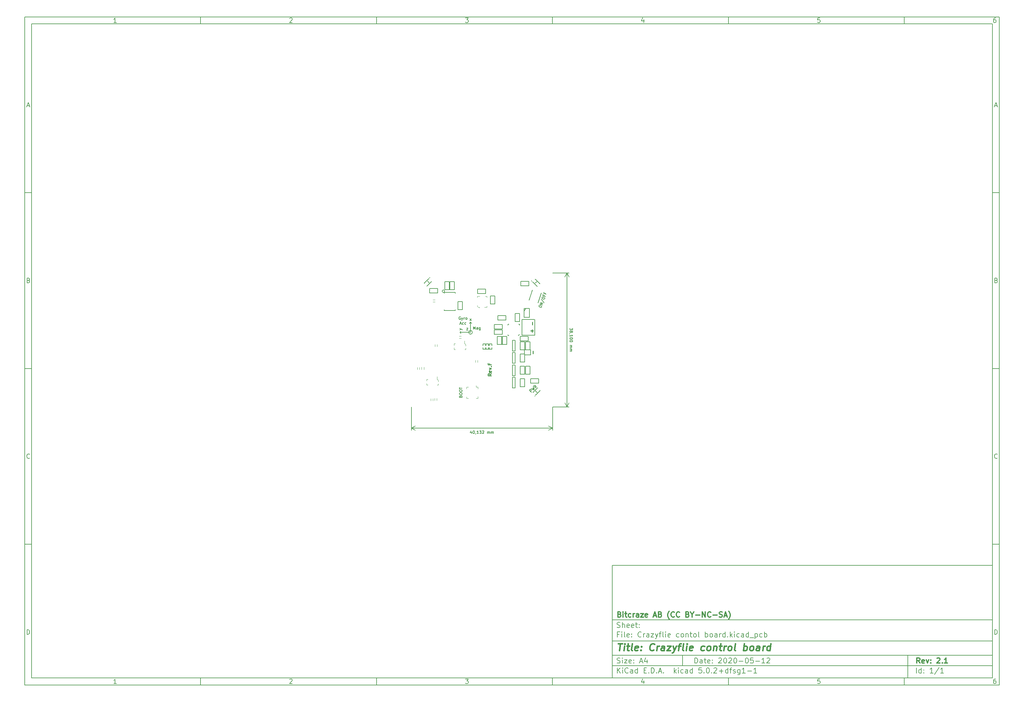
<source format=gto>
G04 #@! TF.GenerationSoftware,KiCad,Pcbnew,5.0.2+dfsg1-1*
G04 #@! TF.CreationDate,2020-05-20T11:42:17+02:00*
G04 #@! TF.ProjectId,Crazyflie contol board,4372617a-7966-46c6-9965-20636f6e746f,2.1*
G04 #@! TF.SameCoordinates,PX85839e8PY6052f5c*
G04 #@! TF.FileFunction,Legend,Top*
G04 #@! TF.FilePolarity,Positive*
%FSLAX46Y46*%
G04 Gerber Fmt 4.6, Leading zero omitted, Abs format (unit mm)*
G04 Created by KiCad (PCBNEW 5.0.2+dfsg1-1) date wo 20 mei 2020 11:42:17 CEST*
%MOMM*%
%LPD*%
G01*
G04 APERTURE LIST*
%ADD10C,0.150000*%
%ADD11C,0.300000*%
%ADD12C,0.400000*%
%ADD13C,0.200025*%
%ADD14C,0.250190*%
%ADD15C,0.251460*%
%ADD16C,0.200660*%
%ADD17C,0.120000*%
%ADD18C,0.127000*%
%ADD19C,0.100000*%
G04 APERTURE END LIST*
D10*
X37002480Y-65004100D02*
X37002480Y-97004100D01*
X145002480Y-97004100D01*
X145002480Y-65004100D01*
X37002480Y-65004100D01*
X-129999720Y91003100D02*
X-129999720Y-99004100D01*
X147002480Y-99004100D01*
X147002480Y91003100D01*
X-129999720Y91003100D01*
X-127999720Y89003100D02*
X-127999720Y-97004100D01*
X145002480Y-97004100D01*
X145002480Y89003100D01*
X-127999720Y89003100D01*
X-79999720Y89003100D02*
X-79999720Y91003100D01*
X-29999720Y89003100D02*
X-29999720Y91003100D01*
X20000280Y89003100D02*
X20000280Y91003100D01*
X70000280Y89003100D02*
X70000280Y91003100D01*
X120000280Y89003100D02*
X120000280Y91003100D01*
X-103934244Y89415005D02*
X-104677101Y89415005D01*
X-104305673Y89415005D02*
X-104305673Y90715005D01*
X-104429482Y90529291D01*
X-104553292Y90405481D01*
X-104677101Y90343577D01*
X-54677101Y90591196D02*
X-54615197Y90653100D01*
X-54491387Y90715005D01*
X-54181863Y90715005D01*
X-54058054Y90653100D01*
X-53996149Y90591196D01*
X-53934244Y90467386D01*
X-53934244Y90343577D01*
X-53996149Y90157862D01*
X-54739006Y89415005D01*
X-53934244Y89415005D01*
X-4739006Y90715005D02*
X-3934244Y90715005D01*
X-4367578Y90219767D01*
X-4181863Y90219767D01*
X-4058054Y90157862D01*
X-3996149Y90095958D01*
X-3934244Y89972148D01*
X-3934244Y89662624D01*
X-3996149Y89538815D01*
X-4058054Y89476910D01*
X-4181863Y89415005D01*
X-4553292Y89415005D01*
X-4677101Y89476910D01*
X-4739006Y89538815D01*
X45941946Y90281672D02*
X45941946Y89415005D01*
X45632422Y90776910D02*
X45322899Y89848339D01*
X46127660Y89848339D01*
X96003851Y90715005D02*
X95384803Y90715005D01*
X95322899Y90095958D01*
X95384803Y90157862D01*
X95508613Y90219767D01*
X95818137Y90219767D01*
X95941946Y90157862D01*
X96003851Y90095958D01*
X96065756Y89972148D01*
X96065756Y89662624D01*
X96003851Y89538815D01*
X95941946Y89476910D01*
X95818137Y89415005D01*
X95508613Y89415005D01*
X95384803Y89476910D01*
X95322899Y89538815D01*
X145941946Y90715005D02*
X145694327Y90715005D01*
X145570518Y90653100D01*
X145508613Y90591196D01*
X145384803Y90405481D01*
X145322899Y90157862D01*
X145322899Y89662624D01*
X145384803Y89538815D01*
X145446708Y89476910D01*
X145570518Y89415005D01*
X145818137Y89415005D01*
X145941946Y89476910D01*
X146003851Y89538815D01*
X146065756Y89662624D01*
X146065756Y89972148D01*
X146003851Y90095958D01*
X145941946Y90157862D01*
X145818137Y90219767D01*
X145570518Y90219767D01*
X145446708Y90157862D01*
X145384803Y90095958D01*
X145322899Y89972148D01*
X-79999720Y-97004100D02*
X-79999720Y-99004100D01*
X-29999720Y-97004100D02*
X-29999720Y-99004100D01*
X20000280Y-97004100D02*
X20000280Y-99004100D01*
X70000280Y-97004100D02*
X70000280Y-99004100D01*
X120000280Y-97004100D02*
X120000280Y-99004100D01*
X-103934244Y-98592195D02*
X-104677101Y-98592195D01*
X-104305673Y-98592195D02*
X-104305673Y-97292195D01*
X-104429482Y-97477909D01*
X-104553292Y-97601719D01*
X-104677101Y-97663623D01*
X-54677101Y-97416004D02*
X-54615197Y-97354100D01*
X-54491387Y-97292195D01*
X-54181863Y-97292195D01*
X-54058054Y-97354100D01*
X-53996149Y-97416004D01*
X-53934244Y-97539814D01*
X-53934244Y-97663623D01*
X-53996149Y-97849338D01*
X-54739006Y-98592195D01*
X-53934244Y-98592195D01*
X-4739006Y-97292195D02*
X-3934244Y-97292195D01*
X-4367578Y-97787433D01*
X-4181863Y-97787433D01*
X-4058054Y-97849338D01*
X-3996149Y-97911242D01*
X-3934244Y-98035052D01*
X-3934244Y-98344576D01*
X-3996149Y-98468385D01*
X-4058054Y-98530290D01*
X-4181863Y-98592195D01*
X-4553292Y-98592195D01*
X-4677101Y-98530290D01*
X-4739006Y-98468385D01*
X45941946Y-97725528D02*
X45941946Y-98592195D01*
X45632422Y-97230290D02*
X45322899Y-98158861D01*
X46127660Y-98158861D01*
X96003851Y-97292195D02*
X95384803Y-97292195D01*
X95322899Y-97911242D01*
X95384803Y-97849338D01*
X95508613Y-97787433D01*
X95818137Y-97787433D01*
X95941946Y-97849338D01*
X96003851Y-97911242D01*
X96065756Y-98035052D01*
X96065756Y-98344576D01*
X96003851Y-98468385D01*
X95941946Y-98530290D01*
X95818137Y-98592195D01*
X95508613Y-98592195D01*
X95384803Y-98530290D01*
X95322899Y-98468385D01*
X145941946Y-97292195D02*
X145694327Y-97292195D01*
X145570518Y-97354100D01*
X145508613Y-97416004D01*
X145384803Y-97601719D01*
X145322899Y-97849338D01*
X145322899Y-98344576D01*
X145384803Y-98468385D01*
X145446708Y-98530290D01*
X145570518Y-98592195D01*
X145818137Y-98592195D01*
X145941946Y-98530290D01*
X146003851Y-98468385D01*
X146065756Y-98344576D01*
X146065756Y-98035052D01*
X146003851Y-97911242D01*
X145941946Y-97849338D01*
X145818137Y-97787433D01*
X145570518Y-97787433D01*
X145446708Y-97849338D01*
X145384803Y-97911242D01*
X145322899Y-98035052D01*
X-129999720Y41003100D02*
X-127999720Y41003100D01*
X-129999720Y-8996900D02*
X-127999720Y-8996900D01*
X-129999720Y-58996900D02*
X-127999720Y-58996900D01*
X-129309244Y65786434D02*
X-128690197Y65786434D01*
X-129433054Y65415005D02*
X-128999720Y66715005D01*
X-128566387Y65415005D01*
X-128906863Y16095958D02*
X-128721149Y16034053D01*
X-128659244Y15972148D01*
X-128597340Y15848339D01*
X-128597340Y15662624D01*
X-128659244Y15538815D01*
X-128721149Y15476910D01*
X-128844959Y15415005D01*
X-129340197Y15415005D01*
X-129340197Y16715005D01*
X-128906863Y16715005D01*
X-128783054Y16653100D01*
X-128721149Y16591196D01*
X-128659244Y16467386D01*
X-128659244Y16343577D01*
X-128721149Y16219767D01*
X-128783054Y16157862D01*
X-128906863Y16095958D01*
X-129340197Y16095958D01*
X-128597340Y-34461185D02*
X-128659244Y-34523090D01*
X-128844959Y-34584995D01*
X-128968768Y-34584995D01*
X-129154482Y-34523090D01*
X-129278292Y-34399280D01*
X-129340197Y-34275471D01*
X-129402101Y-34027852D01*
X-129402101Y-33842138D01*
X-129340197Y-33594519D01*
X-129278292Y-33470709D01*
X-129154482Y-33346900D01*
X-128968768Y-33284995D01*
X-128844959Y-33284995D01*
X-128659244Y-33346900D01*
X-128597340Y-33408804D01*
X-129340197Y-84584995D02*
X-129340197Y-83284995D01*
X-129030673Y-83284995D01*
X-128844959Y-83346900D01*
X-128721149Y-83470709D01*
X-128659244Y-83594519D01*
X-128597340Y-83842138D01*
X-128597340Y-84027852D01*
X-128659244Y-84275471D01*
X-128721149Y-84399280D01*
X-128844959Y-84523090D01*
X-129030673Y-84584995D01*
X-129340197Y-84584995D01*
X147002480Y41003100D02*
X145002480Y41003100D01*
X147002480Y-8996900D02*
X145002480Y-8996900D01*
X147002480Y-58996900D02*
X145002480Y-58996900D01*
X145692956Y65786434D02*
X146312003Y65786434D01*
X145569146Y65415005D02*
X146002480Y66715005D01*
X146435813Y65415005D01*
X146095337Y16095958D02*
X146281051Y16034053D01*
X146342956Y15972148D01*
X146404860Y15848339D01*
X146404860Y15662624D01*
X146342956Y15538815D01*
X146281051Y15476910D01*
X146157241Y15415005D01*
X145662003Y15415005D01*
X145662003Y16715005D01*
X146095337Y16715005D01*
X146219146Y16653100D01*
X146281051Y16591196D01*
X146342956Y16467386D01*
X146342956Y16343577D01*
X146281051Y16219767D01*
X146219146Y16157862D01*
X146095337Y16095958D01*
X145662003Y16095958D01*
X146404860Y-34461185D02*
X146342956Y-34523090D01*
X146157241Y-34584995D01*
X146033432Y-34584995D01*
X145847718Y-34523090D01*
X145723908Y-34399280D01*
X145662003Y-34275471D01*
X145600099Y-34027852D01*
X145600099Y-33842138D01*
X145662003Y-33594519D01*
X145723908Y-33470709D01*
X145847718Y-33346900D01*
X146033432Y-33284995D01*
X146157241Y-33284995D01*
X146342956Y-33346900D01*
X146404860Y-33408804D01*
X145662003Y-84584995D02*
X145662003Y-83284995D01*
X145971527Y-83284995D01*
X146157241Y-83346900D01*
X146281051Y-83470709D01*
X146342956Y-83594519D01*
X146404860Y-83842138D01*
X146404860Y-84027852D01*
X146342956Y-84275471D01*
X146281051Y-84399280D01*
X146157241Y-84523090D01*
X145971527Y-84584995D01*
X145662003Y-84584995D01*
X60434622Y-92782671D02*
X60434622Y-91282671D01*
X60791765Y-91282671D01*
X61006051Y-91354100D01*
X61148908Y-91496957D01*
X61220337Y-91639814D01*
X61291765Y-91925528D01*
X61291765Y-92139814D01*
X61220337Y-92425528D01*
X61148908Y-92568385D01*
X61006051Y-92711242D01*
X60791765Y-92782671D01*
X60434622Y-92782671D01*
X62577480Y-92782671D02*
X62577480Y-91996957D01*
X62506051Y-91854100D01*
X62363194Y-91782671D01*
X62077480Y-91782671D01*
X61934622Y-91854100D01*
X62577480Y-92711242D02*
X62434622Y-92782671D01*
X62077480Y-92782671D01*
X61934622Y-92711242D01*
X61863194Y-92568385D01*
X61863194Y-92425528D01*
X61934622Y-92282671D01*
X62077480Y-92211242D01*
X62434622Y-92211242D01*
X62577480Y-92139814D01*
X63077480Y-91782671D02*
X63648908Y-91782671D01*
X63291765Y-91282671D02*
X63291765Y-92568385D01*
X63363194Y-92711242D01*
X63506051Y-92782671D01*
X63648908Y-92782671D01*
X64720337Y-92711242D02*
X64577480Y-92782671D01*
X64291765Y-92782671D01*
X64148908Y-92711242D01*
X64077480Y-92568385D01*
X64077480Y-91996957D01*
X64148908Y-91854100D01*
X64291765Y-91782671D01*
X64577480Y-91782671D01*
X64720337Y-91854100D01*
X64791765Y-91996957D01*
X64791765Y-92139814D01*
X64077480Y-92282671D01*
X65434622Y-92639814D02*
X65506051Y-92711242D01*
X65434622Y-92782671D01*
X65363194Y-92711242D01*
X65434622Y-92639814D01*
X65434622Y-92782671D01*
X65434622Y-91854100D02*
X65506051Y-91925528D01*
X65434622Y-91996957D01*
X65363194Y-91925528D01*
X65434622Y-91854100D01*
X65434622Y-91996957D01*
X67220337Y-91425528D02*
X67291765Y-91354100D01*
X67434622Y-91282671D01*
X67791765Y-91282671D01*
X67934622Y-91354100D01*
X68006051Y-91425528D01*
X68077480Y-91568385D01*
X68077480Y-91711242D01*
X68006051Y-91925528D01*
X67148908Y-92782671D01*
X68077480Y-92782671D01*
X69006051Y-91282671D02*
X69148908Y-91282671D01*
X69291765Y-91354100D01*
X69363194Y-91425528D01*
X69434622Y-91568385D01*
X69506051Y-91854100D01*
X69506051Y-92211242D01*
X69434622Y-92496957D01*
X69363194Y-92639814D01*
X69291765Y-92711242D01*
X69148908Y-92782671D01*
X69006051Y-92782671D01*
X68863194Y-92711242D01*
X68791765Y-92639814D01*
X68720337Y-92496957D01*
X68648908Y-92211242D01*
X68648908Y-91854100D01*
X68720337Y-91568385D01*
X68791765Y-91425528D01*
X68863194Y-91354100D01*
X69006051Y-91282671D01*
X70077480Y-91425528D02*
X70148908Y-91354100D01*
X70291765Y-91282671D01*
X70648908Y-91282671D01*
X70791765Y-91354100D01*
X70863194Y-91425528D01*
X70934622Y-91568385D01*
X70934622Y-91711242D01*
X70863194Y-91925528D01*
X70006051Y-92782671D01*
X70934622Y-92782671D01*
X71863194Y-91282671D02*
X72006051Y-91282671D01*
X72148908Y-91354100D01*
X72220337Y-91425528D01*
X72291765Y-91568385D01*
X72363194Y-91854100D01*
X72363194Y-92211242D01*
X72291765Y-92496957D01*
X72220337Y-92639814D01*
X72148908Y-92711242D01*
X72006051Y-92782671D01*
X71863194Y-92782671D01*
X71720337Y-92711242D01*
X71648908Y-92639814D01*
X71577480Y-92496957D01*
X71506051Y-92211242D01*
X71506051Y-91854100D01*
X71577480Y-91568385D01*
X71648908Y-91425528D01*
X71720337Y-91354100D01*
X71863194Y-91282671D01*
X73006051Y-92211242D02*
X74148908Y-92211242D01*
X75148908Y-91282671D02*
X75291765Y-91282671D01*
X75434622Y-91354100D01*
X75506051Y-91425528D01*
X75577480Y-91568385D01*
X75648908Y-91854100D01*
X75648908Y-92211242D01*
X75577480Y-92496957D01*
X75506051Y-92639814D01*
X75434622Y-92711242D01*
X75291765Y-92782671D01*
X75148908Y-92782671D01*
X75006051Y-92711242D01*
X74934622Y-92639814D01*
X74863194Y-92496957D01*
X74791765Y-92211242D01*
X74791765Y-91854100D01*
X74863194Y-91568385D01*
X74934622Y-91425528D01*
X75006051Y-91354100D01*
X75148908Y-91282671D01*
X77006051Y-91282671D02*
X76291765Y-91282671D01*
X76220337Y-91996957D01*
X76291765Y-91925528D01*
X76434622Y-91854100D01*
X76791765Y-91854100D01*
X76934622Y-91925528D01*
X77006051Y-91996957D01*
X77077480Y-92139814D01*
X77077480Y-92496957D01*
X77006051Y-92639814D01*
X76934622Y-92711242D01*
X76791765Y-92782671D01*
X76434622Y-92782671D01*
X76291765Y-92711242D01*
X76220337Y-92639814D01*
X77720337Y-92211242D02*
X78863194Y-92211242D01*
X80363194Y-92782671D02*
X79506051Y-92782671D01*
X79934622Y-92782671D02*
X79934622Y-91282671D01*
X79791765Y-91496957D01*
X79648908Y-91639814D01*
X79506051Y-91711242D01*
X80934622Y-91425528D02*
X81006051Y-91354100D01*
X81148908Y-91282671D01*
X81506051Y-91282671D01*
X81648908Y-91354100D01*
X81720337Y-91425528D01*
X81791765Y-91568385D01*
X81791765Y-91711242D01*
X81720337Y-91925528D01*
X80863194Y-92782671D01*
X81791765Y-92782671D01*
X37002480Y-93504100D02*
X145002480Y-93504100D01*
X38434622Y-95582671D02*
X38434622Y-94082671D01*
X39291765Y-95582671D02*
X38648908Y-94725528D01*
X39291765Y-94082671D02*
X38434622Y-94939814D01*
X39934622Y-95582671D02*
X39934622Y-94582671D01*
X39934622Y-94082671D02*
X39863194Y-94154100D01*
X39934622Y-94225528D01*
X40006051Y-94154100D01*
X39934622Y-94082671D01*
X39934622Y-94225528D01*
X41506051Y-95439814D02*
X41434622Y-95511242D01*
X41220337Y-95582671D01*
X41077480Y-95582671D01*
X40863194Y-95511242D01*
X40720337Y-95368385D01*
X40648908Y-95225528D01*
X40577480Y-94939814D01*
X40577480Y-94725528D01*
X40648908Y-94439814D01*
X40720337Y-94296957D01*
X40863194Y-94154100D01*
X41077480Y-94082671D01*
X41220337Y-94082671D01*
X41434622Y-94154100D01*
X41506051Y-94225528D01*
X42791765Y-95582671D02*
X42791765Y-94796957D01*
X42720337Y-94654100D01*
X42577480Y-94582671D01*
X42291765Y-94582671D01*
X42148908Y-94654100D01*
X42791765Y-95511242D02*
X42648908Y-95582671D01*
X42291765Y-95582671D01*
X42148908Y-95511242D01*
X42077480Y-95368385D01*
X42077480Y-95225528D01*
X42148908Y-95082671D01*
X42291765Y-95011242D01*
X42648908Y-95011242D01*
X42791765Y-94939814D01*
X44148908Y-95582671D02*
X44148908Y-94082671D01*
X44148908Y-95511242D02*
X44006051Y-95582671D01*
X43720337Y-95582671D01*
X43577480Y-95511242D01*
X43506051Y-95439814D01*
X43434622Y-95296957D01*
X43434622Y-94868385D01*
X43506051Y-94725528D01*
X43577480Y-94654100D01*
X43720337Y-94582671D01*
X44006051Y-94582671D01*
X44148908Y-94654100D01*
X46006051Y-94796957D02*
X46506051Y-94796957D01*
X46720337Y-95582671D02*
X46006051Y-95582671D01*
X46006051Y-94082671D01*
X46720337Y-94082671D01*
X47363194Y-95439814D02*
X47434622Y-95511242D01*
X47363194Y-95582671D01*
X47291765Y-95511242D01*
X47363194Y-95439814D01*
X47363194Y-95582671D01*
X48077480Y-95582671D02*
X48077480Y-94082671D01*
X48434622Y-94082671D01*
X48648908Y-94154100D01*
X48791765Y-94296957D01*
X48863194Y-94439814D01*
X48934622Y-94725528D01*
X48934622Y-94939814D01*
X48863194Y-95225528D01*
X48791765Y-95368385D01*
X48648908Y-95511242D01*
X48434622Y-95582671D01*
X48077480Y-95582671D01*
X49577480Y-95439814D02*
X49648908Y-95511242D01*
X49577480Y-95582671D01*
X49506051Y-95511242D01*
X49577480Y-95439814D01*
X49577480Y-95582671D01*
X50220337Y-95154100D02*
X50934622Y-95154100D01*
X50077480Y-95582671D02*
X50577480Y-94082671D01*
X51077480Y-95582671D01*
X51577480Y-95439814D02*
X51648908Y-95511242D01*
X51577480Y-95582671D01*
X51506051Y-95511242D01*
X51577480Y-95439814D01*
X51577480Y-95582671D01*
X54577480Y-95582671D02*
X54577480Y-94082671D01*
X54720337Y-95011242D02*
X55148908Y-95582671D01*
X55148908Y-94582671D02*
X54577480Y-95154100D01*
X55791765Y-95582671D02*
X55791765Y-94582671D01*
X55791765Y-94082671D02*
X55720337Y-94154100D01*
X55791765Y-94225528D01*
X55863194Y-94154100D01*
X55791765Y-94082671D01*
X55791765Y-94225528D01*
X57148908Y-95511242D02*
X57006051Y-95582671D01*
X56720337Y-95582671D01*
X56577480Y-95511242D01*
X56506051Y-95439814D01*
X56434622Y-95296957D01*
X56434622Y-94868385D01*
X56506051Y-94725528D01*
X56577480Y-94654100D01*
X56720337Y-94582671D01*
X57006051Y-94582671D01*
X57148908Y-94654100D01*
X58434622Y-95582671D02*
X58434622Y-94796957D01*
X58363194Y-94654100D01*
X58220337Y-94582671D01*
X57934622Y-94582671D01*
X57791765Y-94654100D01*
X58434622Y-95511242D02*
X58291765Y-95582671D01*
X57934622Y-95582671D01*
X57791765Y-95511242D01*
X57720337Y-95368385D01*
X57720337Y-95225528D01*
X57791765Y-95082671D01*
X57934622Y-95011242D01*
X58291765Y-95011242D01*
X58434622Y-94939814D01*
X59791765Y-95582671D02*
X59791765Y-94082671D01*
X59791765Y-95511242D02*
X59648908Y-95582671D01*
X59363194Y-95582671D01*
X59220337Y-95511242D01*
X59148908Y-95439814D01*
X59077480Y-95296957D01*
X59077480Y-94868385D01*
X59148908Y-94725528D01*
X59220337Y-94654100D01*
X59363194Y-94582671D01*
X59648908Y-94582671D01*
X59791765Y-94654100D01*
X62363194Y-94082671D02*
X61648908Y-94082671D01*
X61577480Y-94796957D01*
X61648908Y-94725528D01*
X61791765Y-94654100D01*
X62148908Y-94654100D01*
X62291765Y-94725528D01*
X62363194Y-94796957D01*
X62434622Y-94939814D01*
X62434622Y-95296957D01*
X62363194Y-95439814D01*
X62291765Y-95511242D01*
X62148908Y-95582671D01*
X61791765Y-95582671D01*
X61648908Y-95511242D01*
X61577480Y-95439814D01*
X63077480Y-95439814D02*
X63148908Y-95511242D01*
X63077480Y-95582671D01*
X63006051Y-95511242D01*
X63077480Y-95439814D01*
X63077480Y-95582671D01*
X64077480Y-94082671D02*
X64220337Y-94082671D01*
X64363194Y-94154100D01*
X64434622Y-94225528D01*
X64506051Y-94368385D01*
X64577480Y-94654100D01*
X64577480Y-95011242D01*
X64506051Y-95296957D01*
X64434622Y-95439814D01*
X64363194Y-95511242D01*
X64220337Y-95582671D01*
X64077480Y-95582671D01*
X63934622Y-95511242D01*
X63863194Y-95439814D01*
X63791765Y-95296957D01*
X63720337Y-95011242D01*
X63720337Y-94654100D01*
X63791765Y-94368385D01*
X63863194Y-94225528D01*
X63934622Y-94154100D01*
X64077480Y-94082671D01*
X65220337Y-95439814D02*
X65291765Y-95511242D01*
X65220337Y-95582671D01*
X65148908Y-95511242D01*
X65220337Y-95439814D01*
X65220337Y-95582671D01*
X65863194Y-94225528D02*
X65934622Y-94154100D01*
X66077480Y-94082671D01*
X66434622Y-94082671D01*
X66577480Y-94154100D01*
X66648908Y-94225528D01*
X66720337Y-94368385D01*
X66720337Y-94511242D01*
X66648908Y-94725528D01*
X65791765Y-95582671D01*
X66720337Y-95582671D01*
X67363194Y-95011242D02*
X68506051Y-95011242D01*
X67934622Y-95582671D02*
X67934622Y-94439814D01*
X69863194Y-95582671D02*
X69863194Y-94082671D01*
X69863194Y-95511242D02*
X69720337Y-95582671D01*
X69434622Y-95582671D01*
X69291765Y-95511242D01*
X69220337Y-95439814D01*
X69148908Y-95296957D01*
X69148908Y-94868385D01*
X69220337Y-94725528D01*
X69291765Y-94654100D01*
X69434622Y-94582671D01*
X69720337Y-94582671D01*
X69863194Y-94654100D01*
X70363194Y-94582671D02*
X70934622Y-94582671D01*
X70577480Y-95582671D02*
X70577480Y-94296957D01*
X70648908Y-94154100D01*
X70791765Y-94082671D01*
X70934622Y-94082671D01*
X71363194Y-95511242D02*
X71506051Y-95582671D01*
X71791765Y-95582671D01*
X71934622Y-95511242D01*
X72006051Y-95368385D01*
X72006051Y-95296957D01*
X71934622Y-95154100D01*
X71791765Y-95082671D01*
X71577480Y-95082671D01*
X71434622Y-95011242D01*
X71363194Y-94868385D01*
X71363194Y-94796957D01*
X71434622Y-94654100D01*
X71577480Y-94582671D01*
X71791765Y-94582671D01*
X71934622Y-94654100D01*
X73291765Y-94582671D02*
X73291765Y-95796957D01*
X73220337Y-95939814D01*
X73148908Y-96011242D01*
X73006051Y-96082671D01*
X72791765Y-96082671D01*
X72648908Y-96011242D01*
X73291765Y-95511242D02*
X73148908Y-95582671D01*
X72863194Y-95582671D01*
X72720337Y-95511242D01*
X72648908Y-95439814D01*
X72577480Y-95296957D01*
X72577480Y-94868385D01*
X72648908Y-94725528D01*
X72720337Y-94654100D01*
X72863194Y-94582671D01*
X73148908Y-94582671D01*
X73291765Y-94654100D01*
X74791765Y-95582671D02*
X73934622Y-95582671D01*
X74363194Y-95582671D02*
X74363194Y-94082671D01*
X74220337Y-94296957D01*
X74077480Y-94439814D01*
X73934622Y-94511242D01*
X75434622Y-95011242D02*
X76577480Y-95011242D01*
X78077480Y-95582671D02*
X77220337Y-95582671D01*
X77648908Y-95582671D02*
X77648908Y-94082671D01*
X77506051Y-94296957D01*
X77363194Y-94439814D01*
X77220337Y-94511242D01*
X37002480Y-90504100D02*
X145002480Y-90504100D01*
D11*
X124411765Y-92782671D02*
X123911765Y-92068385D01*
X123554622Y-92782671D02*
X123554622Y-91282671D01*
X124126051Y-91282671D01*
X124268908Y-91354100D01*
X124340337Y-91425528D01*
X124411765Y-91568385D01*
X124411765Y-91782671D01*
X124340337Y-91925528D01*
X124268908Y-91996957D01*
X124126051Y-92068385D01*
X123554622Y-92068385D01*
X125626051Y-92711242D02*
X125483194Y-92782671D01*
X125197480Y-92782671D01*
X125054622Y-92711242D01*
X124983194Y-92568385D01*
X124983194Y-91996957D01*
X125054622Y-91854100D01*
X125197480Y-91782671D01*
X125483194Y-91782671D01*
X125626051Y-91854100D01*
X125697480Y-91996957D01*
X125697480Y-92139814D01*
X124983194Y-92282671D01*
X126197480Y-91782671D02*
X126554622Y-92782671D01*
X126911765Y-91782671D01*
X127483194Y-92639814D02*
X127554622Y-92711242D01*
X127483194Y-92782671D01*
X127411765Y-92711242D01*
X127483194Y-92639814D01*
X127483194Y-92782671D01*
X127483194Y-91854100D02*
X127554622Y-91925528D01*
X127483194Y-91996957D01*
X127411765Y-91925528D01*
X127483194Y-91854100D01*
X127483194Y-91996957D01*
X129268908Y-91425528D02*
X129340337Y-91354100D01*
X129483194Y-91282671D01*
X129840337Y-91282671D01*
X129983194Y-91354100D01*
X130054622Y-91425528D01*
X130126051Y-91568385D01*
X130126051Y-91711242D01*
X130054622Y-91925528D01*
X129197480Y-92782671D01*
X130126051Y-92782671D01*
X130768908Y-92639814D02*
X130840337Y-92711242D01*
X130768908Y-92782671D01*
X130697480Y-92711242D01*
X130768908Y-92639814D01*
X130768908Y-92782671D01*
X132268908Y-92782671D02*
X131411765Y-92782671D01*
X131840337Y-92782671D02*
X131840337Y-91282671D01*
X131697480Y-91496957D01*
X131554622Y-91639814D01*
X131411765Y-91711242D01*
D10*
X38363194Y-92711242D02*
X38577480Y-92782671D01*
X38934622Y-92782671D01*
X39077480Y-92711242D01*
X39148908Y-92639814D01*
X39220337Y-92496957D01*
X39220337Y-92354100D01*
X39148908Y-92211242D01*
X39077480Y-92139814D01*
X38934622Y-92068385D01*
X38648908Y-91996957D01*
X38506051Y-91925528D01*
X38434622Y-91854100D01*
X38363194Y-91711242D01*
X38363194Y-91568385D01*
X38434622Y-91425528D01*
X38506051Y-91354100D01*
X38648908Y-91282671D01*
X39006051Y-91282671D01*
X39220337Y-91354100D01*
X39863194Y-92782671D02*
X39863194Y-91782671D01*
X39863194Y-91282671D02*
X39791765Y-91354100D01*
X39863194Y-91425528D01*
X39934622Y-91354100D01*
X39863194Y-91282671D01*
X39863194Y-91425528D01*
X40434622Y-91782671D02*
X41220337Y-91782671D01*
X40434622Y-92782671D01*
X41220337Y-92782671D01*
X42363194Y-92711242D02*
X42220337Y-92782671D01*
X41934622Y-92782671D01*
X41791765Y-92711242D01*
X41720337Y-92568385D01*
X41720337Y-91996957D01*
X41791765Y-91854100D01*
X41934622Y-91782671D01*
X42220337Y-91782671D01*
X42363194Y-91854100D01*
X42434622Y-91996957D01*
X42434622Y-92139814D01*
X41720337Y-92282671D01*
X43077480Y-92639814D02*
X43148908Y-92711242D01*
X43077480Y-92782671D01*
X43006051Y-92711242D01*
X43077480Y-92639814D01*
X43077480Y-92782671D01*
X43077480Y-91854100D02*
X43148908Y-91925528D01*
X43077480Y-91996957D01*
X43006051Y-91925528D01*
X43077480Y-91854100D01*
X43077480Y-91996957D01*
X44863194Y-92354100D02*
X45577480Y-92354100D01*
X44720337Y-92782671D02*
X45220337Y-91282671D01*
X45720337Y-92782671D01*
X46863194Y-91782671D02*
X46863194Y-92782671D01*
X46506051Y-91211242D02*
X46148908Y-92282671D01*
X47077480Y-92282671D01*
X123434622Y-95582671D02*
X123434622Y-94082671D01*
X124791765Y-95582671D02*
X124791765Y-94082671D01*
X124791765Y-95511242D02*
X124648908Y-95582671D01*
X124363194Y-95582671D01*
X124220337Y-95511242D01*
X124148908Y-95439814D01*
X124077480Y-95296957D01*
X124077480Y-94868385D01*
X124148908Y-94725528D01*
X124220337Y-94654100D01*
X124363194Y-94582671D01*
X124648908Y-94582671D01*
X124791765Y-94654100D01*
X125506051Y-95439814D02*
X125577480Y-95511242D01*
X125506051Y-95582671D01*
X125434622Y-95511242D01*
X125506051Y-95439814D01*
X125506051Y-95582671D01*
X125506051Y-94654100D02*
X125577480Y-94725528D01*
X125506051Y-94796957D01*
X125434622Y-94725528D01*
X125506051Y-94654100D01*
X125506051Y-94796957D01*
X128148908Y-95582671D02*
X127291765Y-95582671D01*
X127720337Y-95582671D02*
X127720337Y-94082671D01*
X127577480Y-94296957D01*
X127434622Y-94439814D01*
X127291765Y-94511242D01*
X129863194Y-94011242D02*
X128577480Y-95939814D01*
X131148908Y-95582671D02*
X130291765Y-95582671D01*
X130720337Y-95582671D02*
X130720337Y-94082671D01*
X130577480Y-94296957D01*
X130434622Y-94439814D01*
X130291765Y-94511242D01*
X37002480Y-86504100D02*
X145002480Y-86504100D01*
D12*
X38714860Y-87208861D02*
X39857718Y-87208861D01*
X39036289Y-89208861D02*
X39286289Y-87208861D01*
X40274384Y-89208861D02*
X40441051Y-87875528D01*
X40524384Y-87208861D02*
X40417241Y-87304100D01*
X40500575Y-87399338D01*
X40607718Y-87304100D01*
X40524384Y-87208861D01*
X40500575Y-87399338D01*
X41107718Y-87875528D02*
X41869622Y-87875528D01*
X41476765Y-87208861D02*
X41262480Y-88923147D01*
X41333908Y-89113623D01*
X41512480Y-89208861D01*
X41702956Y-89208861D01*
X42655337Y-89208861D02*
X42476765Y-89113623D01*
X42405337Y-88923147D01*
X42619622Y-87208861D01*
X44191051Y-89113623D02*
X43988670Y-89208861D01*
X43607718Y-89208861D01*
X43429146Y-89113623D01*
X43357718Y-88923147D01*
X43452956Y-88161242D01*
X43572003Y-87970766D01*
X43774384Y-87875528D01*
X44155337Y-87875528D01*
X44333908Y-87970766D01*
X44405337Y-88161242D01*
X44381527Y-88351719D01*
X43405337Y-88542195D01*
X45155337Y-89018385D02*
X45238670Y-89113623D01*
X45131527Y-89208861D01*
X45048194Y-89113623D01*
X45155337Y-89018385D01*
X45131527Y-89208861D01*
X45286289Y-87970766D02*
X45369622Y-88066004D01*
X45262480Y-88161242D01*
X45179146Y-88066004D01*
X45286289Y-87970766D01*
X45262480Y-88161242D01*
X48774384Y-89018385D02*
X48667241Y-89113623D01*
X48369622Y-89208861D01*
X48179146Y-89208861D01*
X47905337Y-89113623D01*
X47738670Y-88923147D01*
X47667241Y-88732671D01*
X47619622Y-88351719D01*
X47655337Y-88066004D01*
X47798194Y-87685052D01*
X47917241Y-87494576D01*
X48131527Y-87304100D01*
X48429146Y-87208861D01*
X48619622Y-87208861D01*
X48893432Y-87304100D01*
X48976765Y-87399338D01*
X49607718Y-89208861D02*
X49774384Y-87875528D01*
X49726765Y-88256480D02*
X49845813Y-88066004D01*
X49952956Y-87970766D01*
X50155337Y-87875528D01*
X50345813Y-87875528D01*
X51702956Y-89208861D02*
X51833908Y-88161242D01*
X51762480Y-87970766D01*
X51583908Y-87875528D01*
X51202956Y-87875528D01*
X51000575Y-87970766D01*
X51714860Y-89113623D02*
X51512480Y-89208861D01*
X51036289Y-89208861D01*
X50857718Y-89113623D01*
X50786289Y-88923147D01*
X50810099Y-88732671D01*
X50929146Y-88542195D01*
X51131527Y-88446957D01*
X51607718Y-88446957D01*
X51810099Y-88351719D01*
X52631527Y-87875528D02*
X53679146Y-87875528D01*
X52464860Y-89208861D01*
X53512480Y-89208861D01*
X54250575Y-87875528D02*
X54560099Y-89208861D01*
X55202956Y-87875528D02*
X54560099Y-89208861D01*
X54310099Y-89685052D01*
X54202956Y-89780290D01*
X54000575Y-89875528D01*
X55679146Y-87875528D02*
X56441051Y-87875528D01*
X55798194Y-89208861D02*
X56012480Y-87494576D01*
X56131527Y-87304100D01*
X56333908Y-87208861D01*
X56524384Y-87208861D01*
X57226765Y-89208861D02*
X57048194Y-89113623D01*
X56976765Y-88923147D01*
X57191051Y-87208861D01*
X57988670Y-89208861D02*
X58155337Y-87875528D01*
X58238670Y-87208861D02*
X58131527Y-87304100D01*
X58214860Y-87399338D01*
X58322003Y-87304100D01*
X58238670Y-87208861D01*
X58214860Y-87399338D01*
X59714860Y-89113623D02*
X59512480Y-89208861D01*
X59131527Y-89208861D01*
X58952956Y-89113623D01*
X58881527Y-88923147D01*
X58976765Y-88161242D01*
X59095813Y-87970766D01*
X59298194Y-87875528D01*
X59679146Y-87875528D01*
X59857718Y-87970766D01*
X59929146Y-88161242D01*
X59905337Y-88351719D01*
X58929146Y-88542195D01*
X63048194Y-89113623D02*
X62845813Y-89208861D01*
X62464860Y-89208861D01*
X62286289Y-89113623D01*
X62202956Y-89018385D01*
X62131527Y-88827909D01*
X62202956Y-88256480D01*
X62322003Y-88066004D01*
X62429146Y-87970766D01*
X62631527Y-87875528D01*
X63012480Y-87875528D01*
X63191051Y-87970766D01*
X64179146Y-89208861D02*
X64000575Y-89113623D01*
X63917241Y-89018385D01*
X63845813Y-88827909D01*
X63917241Y-88256480D01*
X64036289Y-88066004D01*
X64143432Y-87970766D01*
X64345813Y-87875528D01*
X64631527Y-87875528D01*
X64810099Y-87970766D01*
X64893432Y-88066004D01*
X64964860Y-88256480D01*
X64893432Y-88827909D01*
X64774384Y-89018385D01*
X64667241Y-89113623D01*
X64464860Y-89208861D01*
X64179146Y-89208861D01*
X65869622Y-87875528D02*
X65702956Y-89208861D01*
X65845813Y-88066004D02*
X65952956Y-87970766D01*
X66155337Y-87875528D01*
X66441051Y-87875528D01*
X66619622Y-87970766D01*
X66691051Y-88161242D01*
X66560099Y-89208861D01*
X67393432Y-87875528D02*
X68155337Y-87875528D01*
X67762480Y-87208861D02*
X67548194Y-88923147D01*
X67619622Y-89113623D01*
X67798194Y-89208861D01*
X67988670Y-89208861D01*
X68655337Y-89208861D02*
X68822003Y-87875528D01*
X68774384Y-88256480D02*
X68893432Y-88066004D01*
X69000575Y-87970766D01*
X69202956Y-87875528D01*
X69393432Y-87875528D01*
X70179146Y-89208861D02*
X70000575Y-89113623D01*
X69917241Y-89018385D01*
X69845813Y-88827909D01*
X69917241Y-88256480D01*
X70036289Y-88066004D01*
X70143432Y-87970766D01*
X70345813Y-87875528D01*
X70631527Y-87875528D01*
X70810099Y-87970766D01*
X70893432Y-88066004D01*
X70964860Y-88256480D01*
X70893432Y-88827909D01*
X70774384Y-89018385D01*
X70667241Y-89113623D01*
X70464860Y-89208861D01*
X70179146Y-89208861D01*
X71988670Y-89208861D02*
X71810099Y-89113623D01*
X71738670Y-88923147D01*
X71952956Y-87208861D01*
X74274384Y-89208861D02*
X74524384Y-87208861D01*
X74429146Y-87970766D02*
X74631527Y-87875528D01*
X75012480Y-87875528D01*
X75191051Y-87970766D01*
X75274384Y-88066004D01*
X75345813Y-88256480D01*
X75274384Y-88827909D01*
X75155337Y-89018385D01*
X75048194Y-89113623D01*
X74845813Y-89208861D01*
X74464860Y-89208861D01*
X74286289Y-89113623D01*
X76369622Y-89208861D02*
X76191051Y-89113623D01*
X76107718Y-89018385D01*
X76036289Y-88827909D01*
X76107718Y-88256480D01*
X76226765Y-88066004D01*
X76333908Y-87970766D01*
X76536289Y-87875528D01*
X76822003Y-87875528D01*
X77000575Y-87970766D01*
X77083908Y-88066004D01*
X77155337Y-88256480D01*
X77083908Y-88827909D01*
X76964860Y-89018385D01*
X76857718Y-89113623D01*
X76655337Y-89208861D01*
X76369622Y-89208861D01*
X78750575Y-89208861D02*
X78881527Y-88161242D01*
X78810099Y-87970766D01*
X78631527Y-87875528D01*
X78250575Y-87875528D01*
X78048194Y-87970766D01*
X78762480Y-89113623D02*
X78560099Y-89208861D01*
X78083908Y-89208861D01*
X77905337Y-89113623D01*
X77833908Y-88923147D01*
X77857718Y-88732671D01*
X77976765Y-88542195D01*
X78179146Y-88446957D01*
X78655337Y-88446957D01*
X78857718Y-88351719D01*
X79702956Y-89208861D02*
X79869622Y-87875528D01*
X79822003Y-88256480D02*
X79941051Y-88066004D01*
X80048194Y-87970766D01*
X80250575Y-87875528D01*
X80441051Y-87875528D01*
X81798194Y-89208861D02*
X82048194Y-87208861D01*
X81810099Y-89113623D02*
X81607718Y-89208861D01*
X81226765Y-89208861D01*
X81048194Y-89113623D01*
X80964860Y-89018385D01*
X80893432Y-88827909D01*
X80964860Y-88256480D01*
X81083908Y-88066004D01*
X81191051Y-87970766D01*
X81393432Y-87875528D01*
X81774384Y-87875528D01*
X81952956Y-87970766D01*
D10*
X38934622Y-84596957D02*
X38434622Y-84596957D01*
X38434622Y-85382671D02*
X38434622Y-83882671D01*
X39148908Y-83882671D01*
X39720337Y-85382671D02*
X39720337Y-84382671D01*
X39720337Y-83882671D02*
X39648908Y-83954100D01*
X39720337Y-84025528D01*
X39791765Y-83954100D01*
X39720337Y-83882671D01*
X39720337Y-84025528D01*
X40648908Y-85382671D02*
X40506051Y-85311242D01*
X40434622Y-85168385D01*
X40434622Y-83882671D01*
X41791765Y-85311242D02*
X41648908Y-85382671D01*
X41363194Y-85382671D01*
X41220337Y-85311242D01*
X41148908Y-85168385D01*
X41148908Y-84596957D01*
X41220337Y-84454100D01*
X41363194Y-84382671D01*
X41648908Y-84382671D01*
X41791765Y-84454100D01*
X41863194Y-84596957D01*
X41863194Y-84739814D01*
X41148908Y-84882671D01*
X42506051Y-85239814D02*
X42577480Y-85311242D01*
X42506051Y-85382671D01*
X42434622Y-85311242D01*
X42506051Y-85239814D01*
X42506051Y-85382671D01*
X42506051Y-84454100D02*
X42577480Y-84525528D01*
X42506051Y-84596957D01*
X42434622Y-84525528D01*
X42506051Y-84454100D01*
X42506051Y-84596957D01*
X45220337Y-85239814D02*
X45148908Y-85311242D01*
X44934622Y-85382671D01*
X44791765Y-85382671D01*
X44577480Y-85311242D01*
X44434622Y-85168385D01*
X44363194Y-85025528D01*
X44291765Y-84739814D01*
X44291765Y-84525528D01*
X44363194Y-84239814D01*
X44434622Y-84096957D01*
X44577480Y-83954100D01*
X44791765Y-83882671D01*
X44934622Y-83882671D01*
X45148908Y-83954100D01*
X45220337Y-84025528D01*
X45863194Y-85382671D02*
X45863194Y-84382671D01*
X45863194Y-84668385D02*
X45934622Y-84525528D01*
X46006051Y-84454100D01*
X46148908Y-84382671D01*
X46291765Y-84382671D01*
X47434622Y-85382671D02*
X47434622Y-84596957D01*
X47363194Y-84454100D01*
X47220337Y-84382671D01*
X46934622Y-84382671D01*
X46791765Y-84454100D01*
X47434622Y-85311242D02*
X47291765Y-85382671D01*
X46934622Y-85382671D01*
X46791765Y-85311242D01*
X46720337Y-85168385D01*
X46720337Y-85025528D01*
X46791765Y-84882671D01*
X46934622Y-84811242D01*
X47291765Y-84811242D01*
X47434622Y-84739814D01*
X48006051Y-84382671D02*
X48791765Y-84382671D01*
X48006051Y-85382671D01*
X48791765Y-85382671D01*
X49220337Y-84382671D02*
X49577480Y-85382671D01*
X49934622Y-84382671D02*
X49577480Y-85382671D01*
X49434622Y-85739814D01*
X49363194Y-85811242D01*
X49220337Y-85882671D01*
X50291765Y-84382671D02*
X50863194Y-84382671D01*
X50506051Y-85382671D02*
X50506051Y-84096957D01*
X50577480Y-83954100D01*
X50720337Y-83882671D01*
X50863194Y-83882671D01*
X51577480Y-85382671D02*
X51434622Y-85311242D01*
X51363194Y-85168385D01*
X51363194Y-83882671D01*
X52148908Y-85382671D02*
X52148908Y-84382671D01*
X52148908Y-83882671D02*
X52077480Y-83954100D01*
X52148908Y-84025528D01*
X52220337Y-83954100D01*
X52148908Y-83882671D01*
X52148908Y-84025528D01*
X53434622Y-85311242D02*
X53291765Y-85382671D01*
X53006051Y-85382671D01*
X52863194Y-85311242D01*
X52791765Y-85168385D01*
X52791765Y-84596957D01*
X52863194Y-84454100D01*
X53006051Y-84382671D01*
X53291765Y-84382671D01*
X53434622Y-84454100D01*
X53506051Y-84596957D01*
X53506051Y-84739814D01*
X52791765Y-84882671D01*
X55934622Y-85311242D02*
X55791765Y-85382671D01*
X55506051Y-85382671D01*
X55363194Y-85311242D01*
X55291765Y-85239814D01*
X55220337Y-85096957D01*
X55220337Y-84668385D01*
X55291765Y-84525528D01*
X55363194Y-84454100D01*
X55506051Y-84382671D01*
X55791765Y-84382671D01*
X55934622Y-84454100D01*
X56791765Y-85382671D02*
X56648908Y-85311242D01*
X56577480Y-85239814D01*
X56506051Y-85096957D01*
X56506051Y-84668385D01*
X56577480Y-84525528D01*
X56648908Y-84454100D01*
X56791765Y-84382671D01*
X57006051Y-84382671D01*
X57148908Y-84454100D01*
X57220337Y-84525528D01*
X57291765Y-84668385D01*
X57291765Y-85096957D01*
X57220337Y-85239814D01*
X57148908Y-85311242D01*
X57006051Y-85382671D01*
X56791765Y-85382671D01*
X57934622Y-84382671D02*
X57934622Y-85382671D01*
X57934622Y-84525528D02*
X58006051Y-84454100D01*
X58148908Y-84382671D01*
X58363194Y-84382671D01*
X58506051Y-84454100D01*
X58577480Y-84596957D01*
X58577480Y-85382671D01*
X59077480Y-84382671D02*
X59648908Y-84382671D01*
X59291765Y-83882671D02*
X59291765Y-85168385D01*
X59363194Y-85311242D01*
X59506051Y-85382671D01*
X59648908Y-85382671D01*
X60363194Y-85382671D02*
X60220337Y-85311242D01*
X60148908Y-85239814D01*
X60077480Y-85096957D01*
X60077480Y-84668385D01*
X60148908Y-84525528D01*
X60220337Y-84454100D01*
X60363194Y-84382671D01*
X60577480Y-84382671D01*
X60720337Y-84454100D01*
X60791765Y-84525528D01*
X60863194Y-84668385D01*
X60863194Y-85096957D01*
X60791765Y-85239814D01*
X60720337Y-85311242D01*
X60577480Y-85382671D01*
X60363194Y-85382671D01*
X61720337Y-85382671D02*
X61577480Y-85311242D01*
X61506051Y-85168385D01*
X61506051Y-83882671D01*
X63434622Y-85382671D02*
X63434622Y-83882671D01*
X63434622Y-84454100D02*
X63577480Y-84382671D01*
X63863194Y-84382671D01*
X64006051Y-84454100D01*
X64077480Y-84525528D01*
X64148908Y-84668385D01*
X64148908Y-85096957D01*
X64077480Y-85239814D01*
X64006051Y-85311242D01*
X63863194Y-85382671D01*
X63577480Y-85382671D01*
X63434622Y-85311242D01*
X65006051Y-85382671D02*
X64863194Y-85311242D01*
X64791765Y-85239814D01*
X64720337Y-85096957D01*
X64720337Y-84668385D01*
X64791765Y-84525528D01*
X64863194Y-84454100D01*
X65006051Y-84382671D01*
X65220337Y-84382671D01*
X65363194Y-84454100D01*
X65434622Y-84525528D01*
X65506051Y-84668385D01*
X65506051Y-85096957D01*
X65434622Y-85239814D01*
X65363194Y-85311242D01*
X65220337Y-85382671D01*
X65006051Y-85382671D01*
X66791765Y-85382671D02*
X66791765Y-84596957D01*
X66720337Y-84454100D01*
X66577480Y-84382671D01*
X66291765Y-84382671D01*
X66148908Y-84454100D01*
X66791765Y-85311242D02*
X66648908Y-85382671D01*
X66291765Y-85382671D01*
X66148908Y-85311242D01*
X66077480Y-85168385D01*
X66077480Y-85025528D01*
X66148908Y-84882671D01*
X66291765Y-84811242D01*
X66648908Y-84811242D01*
X66791765Y-84739814D01*
X67506051Y-85382671D02*
X67506051Y-84382671D01*
X67506051Y-84668385D02*
X67577480Y-84525528D01*
X67648908Y-84454100D01*
X67791765Y-84382671D01*
X67934622Y-84382671D01*
X69077480Y-85382671D02*
X69077480Y-83882671D01*
X69077480Y-85311242D02*
X68934622Y-85382671D01*
X68648908Y-85382671D01*
X68506051Y-85311242D01*
X68434622Y-85239814D01*
X68363194Y-85096957D01*
X68363194Y-84668385D01*
X68434622Y-84525528D01*
X68506051Y-84454100D01*
X68648908Y-84382671D01*
X68934622Y-84382671D01*
X69077480Y-84454100D01*
X69791765Y-85239814D02*
X69863194Y-85311242D01*
X69791765Y-85382671D01*
X69720337Y-85311242D01*
X69791765Y-85239814D01*
X69791765Y-85382671D01*
X70506051Y-85382671D02*
X70506051Y-83882671D01*
X70648908Y-84811242D02*
X71077480Y-85382671D01*
X71077480Y-84382671D02*
X70506051Y-84954100D01*
X71720337Y-85382671D02*
X71720337Y-84382671D01*
X71720337Y-83882671D02*
X71648908Y-83954100D01*
X71720337Y-84025528D01*
X71791765Y-83954100D01*
X71720337Y-83882671D01*
X71720337Y-84025528D01*
X73077480Y-85311242D02*
X72934622Y-85382671D01*
X72648908Y-85382671D01*
X72506051Y-85311242D01*
X72434622Y-85239814D01*
X72363194Y-85096957D01*
X72363194Y-84668385D01*
X72434622Y-84525528D01*
X72506051Y-84454100D01*
X72648908Y-84382671D01*
X72934622Y-84382671D01*
X73077480Y-84454100D01*
X74363194Y-85382671D02*
X74363194Y-84596957D01*
X74291765Y-84454100D01*
X74148908Y-84382671D01*
X73863194Y-84382671D01*
X73720337Y-84454100D01*
X74363194Y-85311242D02*
X74220337Y-85382671D01*
X73863194Y-85382671D01*
X73720337Y-85311242D01*
X73648908Y-85168385D01*
X73648908Y-85025528D01*
X73720337Y-84882671D01*
X73863194Y-84811242D01*
X74220337Y-84811242D01*
X74363194Y-84739814D01*
X75720337Y-85382671D02*
X75720337Y-83882671D01*
X75720337Y-85311242D02*
X75577480Y-85382671D01*
X75291765Y-85382671D01*
X75148908Y-85311242D01*
X75077480Y-85239814D01*
X75006051Y-85096957D01*
X75006051Y-84668385D01*
X75077480Y-84525528D01*
X75148908Y-84454100D01*
X75291765Y-84382671D01*
X75577480Y-84382671D01*
X75720337Y-84454100D01*
X76077480Y-85525528D02*
X77220337Y-85525528D01*
X77577480Y-84382671D02*
X77577480Y-85882671D01*
X77577480Y-84454100D02*
X77720337Y-84382671D01*
X78006051Y-84382671D01*
X78148908Y-84454100D01*
X78220337Y-84525528D01*
X78291765Y-84668385D01*
X78291765Y-85096957D01*
X78220337Y-85239814D01*
X78148908Y-85311242D01*
X78006051Y-85382671D01*
X77720337Y-85382671D01*
X77577480Y-85311242D01*
X79577480Y-85311242D02*
X79434622Y-85382671D01*
X79148908Y-85382671D01*
X79006051Y-85311242D01*
X78934622Y-85239814D01*
X78863194Y-85096957D01*
X78863194Y-84668385D01*
X78934622Y-84525528D01*
X79006051Y-84454100D01*
X79148908Y-84382671D01*
X79434622Y-84382671D01*
X79577480Y-84454100D01*
X80220337Y-85382671D02*
X80220337Y-83882671D01*
X80220337Y-84454100D02*
X80363194Y-84382671D01*
X80648908Y-84382671D01*
X80791765Y-84454100D01*
X80863194Y-84525528D01*
X80934622Y-84668385D01*
X80934622Y-85096957D01*
X80863194Y-85239814D01*
X80791765Y-85311242D01*
X80648908Y-85382671D01*
X80363194Y-85382671D01*
X80220337Y-85311242D01*
X37002480Y-80504100D02*
X145002480Y-80504100D01*
X38363194Y-82611242D02*
X38577480Y-82682671D01*
X38934622Y-82682671D01*
X39077480Y-82611242D01*
X39148908Y-82539814D01*
X39220337Y-82396957D01*
X39220337Y-82254100D01*
X39148908Y-82111242D01*
X39077480Y-82039814D01*
X38934622Y-81968385D01*
X38648908Y-81896957D01*
X38506051Y-81825528D01*
X38434622Y-81754100D01*
X38363194Y-81611242D01*
X38363194Y-81468385D01*
X38434622Y-81325528D01*
X38506051Y-81254100D01*
X38648908Y-81182671D01*
X39006051Y-81182671D01*
X39220337Y-81254100D01*
X39863194Y-82682671D02*
X39863194Y-81182671D01*
X40506051Y-82682671D02*
X40506051Y-81896957D01*
X40434622Y-81754100D01*
X40291765Y-81682671D01*
X40077480Y-81682671D01*
X39934622Y-81754100D01*
X39863194Y-81825528D01*
X41791765Y-82611242D02*
X41648908Y-82682671D01*
X41363194Y-82682671D01*
X41220337Y-82611242D01*
X41148908Y-82468385D01*
X41148908Y-81896957D01*
X41220337Y-81754100D01*
X41363194Y-81682671D01*
X41648908Y-81682671D01*
X41791765Y-81754100D01*
X41863194Y-81896957D01*
X41863194Y-82039814D01*
X41148908Y-82182671D01*
X43077480Y-82611242D02*
X42934622Y-82682671D01*
X42648908Y-82682671D01*
X42506051Y-82611242D01*
X42434622Y-82468385D01*
X42434622Y-81896957D01*
X42506051Y-81754100D01*
X42648908Y-81682671D01*
X42934622Y-81682671D01*
X43077480Y-81754100D01*
X43148908Y-81896957D01*
X43148908Y-82039814D01*
X42434622Y-82182671D01*
X43577480Y-81682671D02*
X44148908Y-81682671D01*
X43791765Y-81182671D02*
X43791765Y-82468385D01*
X43863194Y-82611242D01*
X44006051Y-82682671D01*
X44148908Y-82682671D01*
X44648908Y-82539814D02*
X44720337Y-82611242D01*
X44648908Y-82682671D01*
X44577480Y-82611242D01*
X44648908Y-82539814D01*
X44648908Y-82682671D01*
X44648908Y-81754100D02*
X44720337Y-81825528D01*
X44648908Y-81896957D01*
X44577480Y-81825528D01*
X44648908Y-81754100D01*
X44648908Y-81896957D01*
D11*
X39054622Y-78896957D02*
X39268908Y-78968385D01*
X39340337Y-79039814D01*
X39411765Y-79182671D01*
X39411765Y-79396957D01*
X39340337Y-79539814D01*
X39268908Y-79611242D01*
X39126051Y-79682671D01*
X38554622Y-79682671D01*
X38554622Y-78182671D01*
X39054622Y-78182671D01*
X39197480Y-78254100D01*
X39268908Y-78325528D01*
X39340337Y-78468385D01*
X39340337Y-78611242D01*
X39268908Y-78754100D01*
X39197480Y-78825528D01*
X39054622Y-78896957D01*
X38554622Y-78896957D01*
X40054622Y-79682671D02*
X40054622Y-78682671D01*
X40054622Y-78182671D02*
X39983194Y-78254100D01*
X40054622Y-78325528D01*
X40126051Y-78254100D01*
X40054622Y-78182671D01*
X40054622Y-78325528D01*
X40554622Y-78682671D02*
X41126051Y-78682671D01*
X40768908Y-78182671D02*
X40768908Y-79468385D01*
X40840337Y-79611242D01*
X40983194Y-79682671D01*
X41126051Y-79682671D01*
X42268908Y-79611242D02*
X42126051Y-79682671D01*
X41840337Y-79682671D01*
X41697480Y-79611242D01*
X41626051Y-79539814D01*
X41554622Y-79396957D01*
X41554622Y-78968385D01*
X41626051Y-78825528D01*
X41697480Y-78754100D01*
X41840337Y-78682671D01*
X42126051Y-78682671D01*
X42268908Y-78754100D01*
X42911765Y-79682671D02*
X42911765Y-78682671D01*
X42911765Y-78968385D02*
X42983194Y-78825528D01*
X43054622Y-78754100D01*
X43197480Y-78682671D01*
X43340337Y-78682671D01*
X44483194Y-79682671D02*
X44483194Y-78896957D01*
X44411765Y-78754100D01*
X44268908Y-78682671D01*
X43983194Y-78682671D01*
X43840337Y-78754100D01*
X44483194Y-79611242D02*
X44340337Y-79682671D01*
X43983194Y-79682671D01*
X43840337Y-79611242D01*
X43768908Y-79468385D01*
X43768908Y-79325528D01*
X43840337Y-79182671D01*
X43983194Y-79111242D01*
X44340337Y-79111242D01*
X44483194Y-79039814D01*
X45054622Y-78682671D02*
X45840337Y-78682671D01*
X45054622Y-79682671D01*
X45840337Y-79682671D01*
X46983194Y-79611242D02*
X46840337Y-79682671D01*
X46554622Y-79682671D01*
X46411765Y-79611242D01*
X46340337Y-79468385D01*
X46340337Y-78896957D01*
X46411765Y-78754100D01*
X46554622Y-78682671D01*
X46840337Y-78682671D01*
X46983194Y-78754100D01*
X47054622Y-78896957D01*
X47054622Y-79039814D01*
X46340337Y-79182671D01*
X48768908Y-79254100D02*
X49483194Y-79254100D01*
X48626051Y-79682671D02*
X49126051Y-78182671D01*
X49626051Y-79682671D01*
X50626051Y-78896957D02*
X50840337Y-78968385D01*
X50911765Y-79039814D01*
X50983194Y-79182671D01*
X50983194Y-79396957D01*
X50911765Y-79539814D01*
X50840337Y-79611242D01*
X50697480Y-79682671D01*
X50126051Y-79682671D01*
X50126051Y-78182671D01*
X50626051Y-78182671D01*
X50768908Y-78254100D01*
X50840337Y-78325528D01*
X50911765Y-78468385D01*
X50911765Y-78611242D01*
X50840337Y-78754100D01*
X50768908Y-78825528D01*
X50626051Y-78896957D01*
X50126051Y-78896957D01*
X53197480Y-80254100D02*
X53126051Y-80182671D01*
X52983194Y-79968385D01*
X52911765Y-79825528D01*
X52840337Y-79611242D01*
X52768908Y-79254100D01*
X52768908Y-78968385D01*
X52840337Y-78611242D01*
X52911765Y-78396957D01*
X52983194Y-78254100D01*
X53126051Y-78039814D01*
X53197480Y-77968385D01*
X54626051Y-79539814D02*
X54554622Y-79611242D01*
X54340337Y-79682671D01*
X54197480Y-79682671D01*
X53983194Y-79611242D01*
X53840337Y-79468385D01*
X53768908Y-79325528D01*
X53697480Y-79039814D01*
X53697480Y-78825528D01*
X53768908Y-78539814D01*
X53840337Y-78396957D01*
X53983194Y-78254100D01*
X54197480Y-78182671D01*
X54340337Y-78182671D01*
X54554622Y-78254100D01*
X54626051Y-78325528D01*
X56126051Y-79539814D02*
X56054622Y-79611242D01*
X55840337Y-79682671D01*
X55697480Y-79682671D01*
X55483194Y-79611242D01*
X55340337Y-79468385D01*
X55268908Y-79325528D01*
X55197480Y-79039814D01*
X55197480Y-78825528D01*
X55268908Y-78539814D01*
X55340337Y-78396957D01*
X55483194Y-78254100D01*
X55697480Y-78182671D01*
X55840337Y-78182671D01*
X56054622Y-78254100D01*
X56126051Y-78325528D01*
X58411765Y-78896957D02*
X58626051Y-78968385D01*
X58697480Y-79039814D01*
X58768908Y-79182671D01*
X58768908Y-79396957D01*
X58697480Y-79539814D01*
X58626051Y-79611242D01*
X58483194Y-79682671D01*
X57911765Y-79682671D01*
X57911765Y-78182671D01*
X58411765Y-78182671D01*
X58554622Y-78254100D01*
X58626051Y-78325528D01*
X58697480Y-78468385D01*
X58697480Y-78611242D01*
X58626051Y-78754100D01*
X58554622Y-78825528D01*
X58411765Y-78896957D01*
X57911765Y-78896957D01*
X59697480Y-78968385D02*
X59697480Y-79682671D01*
X59197480Y-78182671D02*
X59697480Y-78968385D01*
X60197480Y-78182671D01*
X60697480Y-79111242D02*
X61840337Y-79111242D01*
X62554622Y-79682671D02*
X62554622Y-78182671D01*
X63411765Y-79682671D01*
X63411765Y-78182671D01*
X64983194Y-79539814D02*
X64911765Y-79611242D01*
X64697480Y-79682671D01*
X64554622Y-79682671D01*
X64340337Y-79611242D01*
X64197480Y-79468385D01*
X64126051Y-79325528D01*
X64054622Y-79039814D01*
X64054622Y-78825528D01*
X64126051Y-78539814D01*
X64197480Y-78396957D01*
X64340337Y-78254100D01*
X64554622Y-78182671D01*
X64697480Y-78182671D01*
X64911765Y-78254100D01*
X64983194Y-78325528D01*
X65626051Y-79111242D02*
X66768908Y-79111242D01*
X67411765Y-79611242D02*
X67626051Y-79682671D01*
X67983194Y-79682671D01*
X68126051Y-79611242D01*
X68197480Y-79539814D01*
X68268908Y-79396957D01*
X68268908Y-79254100D01*
X68197480Y-79111242D01*
X68126051Y-79039814D01*
X67983194Y-78968385D01*
X67697480Y-78896957D01*
X67554622Y-78825528D01*
X67483194Y-78754100D01*
X67411765Y-78611242D01*
X67411765Y-78468385D01*
X67483194Y-78325528D01*
X67554622Y-78254100D01*
X67697480Y-78182671D01*
X68054622Y-78182671D01*
X68268908Y-78254100D01*
X68840337Y-79254100D02*
X69554622Y-79254100D01*
X68697480Y-79682671D02*
X69197480Y-78182671D01*
X69697480Y-79682671D01*
X70054622Y-80254100D02*
X70126051Y-80182671D01*
X70268908Y-79968385D01*
X70340337Y-79825528D01*
X70411765Y-79611242D01*
X70483194Y-79254100D01*
X70483194Y-78968385D01*
X70411765Y-78611242D01*
X70340337Y-78396957D01*
X70268908Y-78254100D01*
X70126051Y-78039814D01*
X70054622Y-77968385D01*
D10*
X57002480Y-90504100D02*
X57002480Y-93504100D01*
X121002480Y-90504100D02*
X121002480Y-97004100D01*
D13*
X25722580Y2501900D02*
X25722580Y2006600D01*
X25417780Y2273300D01*
X25417780Y2159000D01*
X25379680Y2082800D01*
X25341580Y2044700D01*
X25265380Y2006600D01*
X25074880Y2006600D01*
X24998680Y2044700D01*
X24960580Y2082800D01*
X24922480Y2159000D01*
X24922480Y2387600D01*
X24960580Y2463800D01*
X24998680Y2501900D01*
X25379680Y1549400D02*
X25417780Y1625600D01*
X25455880Y1663700D01*
X25532080Y1701800D01*
X25570180Y1701800D01*
X25646380Y1663700D01*
X25684480Y1625600D01*
X25722580Y1549400D01*
X25722580Y1397000D01*
X25684480Y1320800D01*
X25646380Y1282700D01*
X25570180Y1244600D01*
X25532080Y1244600D01*
X25455880Y1282700D01*
X25417780Y1320800D01*
X25379680Y1397000D01*
X25379680Y1549400D01*
X25341580Y1625600D01*
X25303480Y1663700D01*
X25227280Y1701800D01*
X25074880Y1701800D01*
X24998680Y1663700D01*
X24960580Y1625600D01*
X24922480Y1549400D01*
X24922480Y1397000D01*
X24960580Y1320800D01*
X24998680Y1282700D01*
X25074880Y1244600D01*
X25227280Y1244600D01*
X25303480Y1282700D01*
X25341580Y1320800D01*
X25379680Y1397000D01*
X24960580Y863600D02*
X24922480Y863600D01*
X24846280Y901700D01*
X24808180Y939800D01*
X24922480Y101600D02*
X24922480Y558800D01*
X24922480Y330200D02*
X25722580Y330200D01*
X25608280Y406400D01*
X25532080Y482600D01*
X25493980Y558800D01*
X25722580Y-393700D02*
X25722580Y-469900D01*
X25684480Y-546100D01*
X25646380Y-584200D01*
X25570180Y-622300D01*
X25417780Y-660400D01*
X25227280Y-660400D01*
X25074880Y-622300D01*
X24998680Y-584200D01*
X24960580Y-546100D01*
X24922480Y-469900D01*
X24922480Y-393700D01*
X24960580Y-317500D01*
X24998680Y-279400D01*
X25074880Y-241300D01*
X25227280Y-203200D01*
X25417780Y-203200D01*
X25570180Y-241300D01*
X25646380Y-279400D01*
X25684480Y-317500D01*
X25722580Y-393700D01*
X25722580Y-1155700D02*
X25722580Y-1231900D01*
X25684480Y-1308100D01*
X25646380Y-1346200D01*
X25570180Y-1384300D01*
X25417780Y-1422400D01*
X25227280Y-1422400D01*
X25074880Y-1384300D01*
X24998680Y-1346200D01*
X24960580Y-1308100D01*
X24922480Y-1231900D01*
X24922480Y-1155700D01*
X24960580Y-1079500D01*
X24998680Y-1041400D01*
X25074880Y-1003300D01*
X25227280Y-965200D01*
X25417780Y-965200D01*
X25570180Y-1003300D01*
X25646380Y-1041400D01*
X25684480Y-1079500D01*
X25722580Y-1155700D01*
X24922480Y-2374900D02*
X25455880Y-2374900D01*
X25379680Y-2374900D02*
X25417780Y-2413000D01*
X25455880Y-2489200D01*
X25455880Y-2603500D01*
X25417780Y-2679700D01*
X25341580Y-2717800D01*
X24922480Y-2717800D01*
X25341580Y-2717800D02*
X25417780Y-2755900D01*
X25455880Y-2832100D01*
X25455880Y-2946400D01*
X25417780Y-3022600D01*
X25341580Y-3060700D01*
X24922480Y-3060700D01*
X24922480Y-3441700D02*
X25455880Y-3441700D01*
X25379680Y-3441700D02*
X25417780Y-3479800D01*
X25455880Y-3556000D01*
X25455880Y-3670300D01*
X25417780Y-3746500D01*
X25341580Y-3784600D01*
X24922480Y-3784600D01*
X25341580Y-3784600D02*
X25417780Y-3822700D01*
X25455880Y-3898900D01*
X25455880Y-4013200D01*
X25417780Y-4089400D01*
X25341580Y-4127500D01*
X24922480Y-4127500D01*
X24084280Y18199100D02*
X24084280Y-19900900D01*
X20020280Y18199100D02*
X24670701Y18199100D01*
X20020280Y-19900900D02*
X24670701Y-19900900D01*
X24084280Y-19900900D02*
X23497859Y-18774396D01*
X24084280Y-19900900D02*
X24670701Y-18774396D01*
X24084280Y18199100D02*
X23497859Y17072596D01*
X24084280Y18199100D02*
X24670701Y17072596D01*
X-6071870Y-16922750D02*
X-6033770Y-16808450D01*
X-5995670Y-16770350D01*
X-5919470Y-16732250D01*
X-5805170Y-16732250D01*
X-5728970Y-16770350D01*
X-5690870Y-16808450D01*
X-5652770Y-16884650D01*
X-5652770Y-17189450D01*
X-6452870Y-17189450D01*
X-6452870Y-16922750D01*
X-6414770Y-16846550D01*
X-6376670Y-16808450D01*
X-6300470Y-16770350D01*
X-6224270Y-16770350D01*
X-6148070Y-16808450D01*
X-6109970Y-16846550D01*
X-6071870Y-16922750D01*
X-6071870Y-17189450D01*
X-6452870Y-16236950D02*
X-6452870Y-16084550D01*
X-6414770Y-16008350D01*
X-6338570Y-15932150D01*
X-6186170Y-15894050D01*
X-5919470Y-15894050D01*
X-5767070Y-15932150D01*
X-5690870Y-16008350D01*
X-5652770Y-16084550D01*
X-5652770Y-16236950D01*
X-5690870Y-16313150D01*
X-5767070Y-16389350D01*
X-5919470Y-16427450D01*
X-6186170Y-16427450D01*
X-6338570Y-16389350D01*
X-6414770Y-16313150D01*
X-6452870Y-16236950D01*
X-6452870Y-15398750D02*
X-6452870Y-15246350D01*
X-6414770Y-15170150D01*
X-6338570Y-15093950D01*
X-6186170Y-15055850D01*
X-5919470Y-15055850D01*
X-5767070Y-15093950D01*
X-5690870Y-15170150D01*
X-5652770Y-15246350D01*
X-5652770Y-15398750D01*
X-5690870Y-15474950D01*
X-5767070Y-15551150D01*
X-5919470Y-15589250D01*
X-6186170Y-15589250D01*
X-6338570Y-15551150D01*
X-6414770Y-15474950D01*
X-6452870Y-15398750D01*
X-6452870Y-14827250D02*
X-6452870Y-14370050D01*
X-5652770Y-14598650D02*
X-6452870Y-14598650D01*
X-2979420Y-26972051D02*
X-2979420Y-27505451D01*
X-3169920Y-26667251D02*
X-3360420Y-27238751D01*
X-2865120Y-27238751D01*
X-2407920Y-26705351D02*
X-2331720Y-26705351D01*
X-2255520Y-26743451D01*
X-2217420Y-26781551D01*
X-2179320Y-26857751D01*
X-2141220Y-27010151D01*
X-2141220Y-27200651D01*
X-2179320Y-27353051D01*
X-2217420Y-27429251D01*
X-2255520Y-27467351D01*
X-2331720Y-27505451D01*
X-2407920Y-27505451D01*
X-2484120Y-27467351D01*
X-2522220Y-27429251D01*
X-2560320Y-27353051D01*
X-2598420Y-27200651D01*
X-2598420Y-27010151D01*
X-2560320Y-26857751D01*
X-2522220Y-26781551D01*
X-2484120Y-26743451D01*
X-2407920Y-26705351D01*
X-1760220Y-27467351D02*
X-1760220Y-27505451D01*
X-1798320Y-27581651D01*
X-1836420Y-27619751D01*
X-998220Y-27505451D02*
X-1455420Y-27505451D01*
X-1226820Y-27505451D02*
X-1226820Y-26705351D01*
X-1303020Y-26819651D01*
X-1379220Y-26895851D01*
X-1455420Y-26933951D01*
X-731520Y-26705351D02*
X-236220Y-26705351D01*
X-502920Y-27010151D01*
X-388620Y-27010151D01*
X-312420Y-27048251D01*
X-274320Y-27086351D01*
X-236220Y-27162551D01*
X-236220Y-27353051D01*
X-274320Y-27429251D01*
X-312420Y-27467351D01*
X-388620Y-27505451D01*
X-617220Y-27505451D01*
X-693420Y-27467351D01*
X-731520Y-27429251D01*
X68580Y-26781551D02*
X106680Y-26743451D01*
X182880Y-26705351D01*
X373380Y-26705351D01*
X449580Y-26743451D01*
X487680Y-26781551D01*
X525780Y-26857751D01*
X525780Y-26933951D01*
X487680Y-27048251D01*
X30480Y-27505451D01*
X525780Y-27505451D01*
X1478280Y-27505451D02*
X1478280Y-26972051D01*
X1478280Y-27048251D02*
X1516380Y-27010151D01*
X1592580Y-26972051D01*
X1706880Y-26972051D01*
X1783080Y-27010151D01*
X1821180Y-27086351D01*
X1821180Y-27505451D01*
X1821180Y-27086351D02*
X1859280Y-27010151D01*
X1935480Y-26972051D01*
X2049780Y-26972051D01*
X2125980Y-27010151D01*
X2164080Y-27086351D01*
X2164080Y-27505451D01*
X2545080Y-27505451D02*
X2545080Y-26972051D01*
X2545080Y-27048251D02*
X2583180Y-27010151D01*
X2659380Y-26972051D01*
X2773680Y-26972051D01*
X2849880Y-27010151D01*
X2887980Y-27086351D01*
X2887980Y-27505451D01*
X2887980Y-27086351D02*
X2926080Y-27010151D01*
X3002280Y-26972051D01*
X3116580Y-26972051D01*
X3192780Y-27010151D01*
X3230880Y-27086351D01*
X3230880Y-27505451D01*
X-20111720Y-25943351D02*
X20020280Y-25943351D01*
X-20111720Y-19900900D02*
X-20111720Y-26529772D01*
X20020280Y-19900900D02*
X20020280Y-26529772D01*
X20020280Y-25943351D02*
X18893776Y-26529772D01*
X20020280Y-25943351D02*
X18893776Y-25356930D01*
X-20111720Y-25943351D02*
X-18985216Y-26529772D01*
X-20111720Y-25943351D02*
X-18985216Y-25356930D01*
D14*
X2652364Y-10463953D02*
X2175812Y-10797540D01*
X2652364Y-11035816D02*
X1651604Y-11035816D01*
X1651604Y-10654574D01*
X1699260Y-10559263D01*
X1746915Y-10511608D01*
X1842225Y-10463953D01*
X1985191Y-10463953D01*
X2080501Y-10511608D01*
X2128157Y-10559263D01*
X2175812Y-10654574D01*
X2175812Y-11035816D01*
X2604709Y-9653814D02*
X2652364Y-9749124D01*
X2652364Y-9939745D01*
X2604709Y-10035056D01*
X2509399Y-10082711D01*
X2128157Y-10082711D01*
X2032846Y-10035056D01*
X1985191Y-9939745D01*
X1985191Y-9749124D01*
X2032846Y-9653814D01*
X2128157Y-9606159D01*
X2223467Y-9606159D01*
X2318778Y-10082711D01*
X1985191Y-9272572D02*
X2652364Y-9034296D01*
X1985191Y-8796020D01*
X2557054Y-8414778D02*
X2604709Y-8367122D01*
X2652364Y-8414778D01*
X2604709Y-8462433D01*
X2557054Y-8414778D01*
X2652364Y-8414778D01*
X2128157Y-7604639D02*
X2128157Y-7938225D01*
X2652364Y-7938225D02*
X1651604Y-7938225D01*
X1651604Y-7461673D01*
D15*
D14*
X14470742Y-4780521D02*
X14470742Y-4018038D01*
D15*
D13*
X-2490320Y2141150D02*
X-2490320Y2941250D01*
X-2223620Y2369750D01*
X-1956920Y2941250D01*
X-1956920Y2141150D01*
X-1233020Y2141150D02*
X-1233020Y2560250D01*
X-1271120Y2636450D01*
X-1347320Y2674550D01*
X-1499720Y2674550D01*
X-1575920Y2636450D01*
X-1233020Y2179250D02*
X-1309220Y2141150D01*
X-1499720Y2141150D01*
X-1575920Y2179250D01*
X-1614020Y2255450D01*
X-1614020Y2331650D01*
X-1575920Y2407850D01*
X-1499720Y2445950D01*
X-1309220Y2445950D01*
X-1233020Y2484050D01*
X-509120Y2674550D02*
X-509120Y2026850D01*
X-547220Y1950650D01*
X-585320Y1912550D01*
X-661520Y1874450D01*
X-775820Y1874450D01*
X-852020Y1912550D01*
X-509120Y2179250D02*
X-585320Y2141150D01*
X-737720Y2141150D01*
X-813920Y2179250D01*
X-852020Y2217350D01*
X-890120Y2293550D01*
X-890120Y2522150D01*
X-852020Y2598350D01*
X-813920Y2636450D01*
X-737720Y2674550D01*
X-585320Y2674550D01*
X-509120Y2636450D01*
D16*
X-3299460Y4201160D02*
X-3299460Y1300480D01*
X-3299460Y1300480D02*
X-6299200Y1300480D01*
X-3299460Y4201160D02*
X-3599180Y3901440D01*
X-3599180Y3901440D02*
X-3599180Y3898900D01*
X-3299460Y4201160D02*
X-2999740Y3901440D01*
X-2999740Y3901440D02*
X-2999740Y3898900D01*
X-2760345Y1300480D02*
G75*
G03X-2760345Y1300480I-539115J0D01*
G01*
D13*
X-4410710Y2472690D02*
X-3991610Y2472690D01*
X-4410710Y1939290D01*
X-3991610Y1939290D01*
D16*
D13*
X-6140450Y5720715D02*
X-6216650Y5758815D01*
X-6330950Y5758815D01*
X-6445250Y5720715D01*
X-6521450Y5644515D01*
X-6559550Y5568315D01*
X-6597650Y5415915D01*
X-6597650Y5301615D01*
X-6559550Y5149215D01*
X-6521450Y5073015D01*
X-6445250Y4996815D01*
X-6330950Y4958715D01*
X-6254750Y4958715D01*
X-6140450Y4996815D01*
X-6102350Y5034915D01*
X-6102350Y5301615D01*
X-6254750Y5301615D01*
X-5835650Y5492115D02*
X-5645150Y4958715D01*
X-5454650Y5492115D02*
X-5645150Y4958715D01*
X-5721350Y4768215D01*
X-5759450Y4730115D01*
X-5835650Y4692015D01*
X-5149850Y4958715D02*
X-5149850Y5492115D01*
X-5149850Y5339715D02*
X-5111750Y5415915D01*
X-5073650Y5454015D01*
X-4997450Y5492115D01*
X-4921250Y5492115D01*
X-4540250Y4958715D02*
X-4616450Y4996815D01*
X-4654550Y5034915D01*
X-4692650Y5111115D01*
X-4692650Y5339715D01*
X-4654550Y5415915D01*
X-4616450Y5454015D01*
X-4540250Y5492115D01*
X-4425950Y5492115D01*
X-4349750Y5454015D01*
X-4311650Y5415915D01*
X-4273550Y5339715D01*
X-4273550Y5111115D01*
X-4311650Y5034915D01*
X-4349750Y4996815D01*
X-4425950Y4958715D01*
X-4540250Y4958715D01*
D16*
D13*
X-6311900Y3786505D02*
X-5930900Y3786505D01*
X-6388100Y3557905D02*
X-6121400Y4358005D01*
X-5854700Y3557905D01*
X-5245100Y3596005D02*
X-5321300Y3557905D01*
X-5473700Y3557905D01*
X-5549900Y3596005D01*
X-5588000Y3634105D01*
X-5626100Y3710305D01*
X-5626100Y3938905D01*
X-5588000Y4015105D01*
X-5549900Y4053205D01*
X-5473700Y4091305D01*
X-5321300Y4091305D01*
X-5245100Y4053205D01*
X-4559300Y3596005D02*
X-4635500Y3557905D01*
X-4787900Y3557905D01*
X-4864100Y3596005D01*
X-4902200Y3634105D01*
X-4940300Y3710305D01*
X-4940300Y3938905D01*
X-4902200Y4015105D01*
X-4864100Y4053205D01*
X-4787900Y4091305D01*
X-4635500Y4091305D01*
X-4559300Y4053205D01*
D16*
D13*
X-4410710Y2472690D02*
X-3991610Y2472690D01*
X-4410710Y1939290D01*
X-3991610Y1939290D01*
D16*
D13*
X-6371590Y2009140D02*
X-5838190Y2199640D01*
X-6371590Y2390140D02*
X-5838190Y2199640D01*
X-5647690Y2123440D01*
X-5609590Y2085340D01*
X-5571490Y2009140D01*
D16*
D13*
X-3509010Y4639310D02*
X-3089910Y5172710D01*
X-3509010Y5172710D02*
X-3089910Y4639310D01*
D16*
X-2760345Y1300480D02*
G75*
G03X-2760345Y1300480I-539115J0D01*
G01*
X-2999740Y3901440D02*
X-2999740Y3898900D01*
X-3299460Y4201160D02*
X-2999740Y3901440D01*
X-3599180Y3901440D02*
X-3599180Y3898900D01*
X-3299460Y4201160D02*
X-3599180Y3901440D01*
X-6299200Y1300480D02*
X-5999480Y1000760D01*
X-6299200Y1300480D02*
X-5999480Y1600200D01*
X-3299460Y1300480D02*
X-6299200Y1300480D01*
X-3299460Y4201160D02*
X-3299460Y1300480D01*
X11998960Y-3700780D02*
X11998960Y-4800600D01*
X13799820Y-3700780D02*
X11998960Y-3700780D01*
X13799820Y-5100320D02*
X13799820Y-3700780D01*
X12199620Y-5100320D02*
X13799820Y-5100320D01*
D14*
X14272622Y3421139D02*
X14272622Y4183622D01*
D15*
D14*
X13819898Y1731918D02*
X14582381Y1731918D01*
X14201140Y1350676D02*
X14201140Y2113160D01*
D15*
D13*
X14001875Y-15757178D02*
X13436119Y-15191422D01*
X13651645Y-14975896D01*
X13732468Y-14948955D01*
X13786349Y-14948955D01*
X13867171Y-14975896D01*
X13947994Y-15056718D01*
X13974935Y-15137541D01*
X13974935Y-15191422D01*
X13947994Y-15272244D01*
X13732468Y-15487771D01*
X13947994Y-14679548D02*
X14648454Y-15110600D01*
X14352105Y-14598725D01*
X14863980Y-14895074D01*
X14432928Y-14194614D01*
X15537499Y-14221555D02*
X15079506Y-14140732D01*
X15214210Y-14544844D02*
X14648454Y-13979088D01*
X14863980Y-13763561D01*
X14944802Y-13736621D01*
X14998684Y-13736621D01*
X15079506Y-13763561D01*
X15160328Y-13844384D01*
X15187269Y-13925206D01*
X15187269Y-13979088D01*
X15160328Y-14059910D01*
X14944802Y-14275436D01*
X16147912Y8755435D02*
X16200036Y8898644D01*
X16261900Y8957218D01*
X16359567Y9002761D01*
X16515807Y8986439D01*
X16766423Y8895222D01*
X16896601Y8807296D01*
X16942143Y8709630D01*
X16951884Y8624994D01*
X16899760Y8481785D01*
X16837896Y8423211D01*
X16740229Y8377669D01*
X16583989Y8393990D01*
X16333373Y8485207D01*
X16203195Y8573133D01*
X16157652Y8670800D01*
X16147912Y8755435D01*
X17134317Y9126226D02*
X16382469Y9399877D01*
X17290689Y9555854D01*
X16538841Y9829504D01*
X16828813Y10737592D02*
X17560917Y9741315D01*
X17007956Y11118386D02*
X17060080Y11261596D01*
X17121944Y11320169D01*
X17219610Y11365712D01*
X17375850Y11349390D01*
X17626467Y11258173D01*
X17756645Y11170247D01*
X17802187Y11072581D01*
X17811928Y10987945D01*
X17759804Y10844736D01*
X17697940Y10786162D01*
X17600273Y10740620D01*
X17444033Y10756941D01*
X17193417Y10848158D01*
X17063239Y10936084D01*
X17017696Y11033751D01*
X17007956Y11118386D01*
X17691753Y11883134D02*
X17600536Y11632518D01*
X17994361Y11489177D02*
X17242513Y11762828D01*
X17372823Y12120850D01*
X17926310Y12527575D02*
X17835093Y12276959D01*
X18228919Y12133618D02*
X17477071Y12407269D01*
X17607380Y12765292D01*
D17*
G04 #@! TO.C,R42*
X-1869720Y-6646900D02*
X-1869720Y-7246900D01*
X-1269720Y-6646900D02*
X-1269720Y-7246900D01*
D16*
G04 #@! TO.C,U5*
X-10800080Y12700000D02*
X-7599680Y12700000D01*
X-7599680Y12700000D02*
X-7599680Y12400280D01*
X-10800080Y12700000D02*
X-10800080Y12400280D01*
X-10800080Y7498080D02*
X-7599680Y7498080D01*
X-7599680Y7498080D02*
X-7599680Y7797800D01*
X-10800080Y7498080D02*
X-10800080Y7797800D01*
X-10648714Y12999720D02*
G75*
G03X-10648714Y12999720I-352026J0D01*
G01*
D18*
G04 #@! TO.C,C24*
X-5565140Y10043160D02*
X-5565140Y7757160D01*
X-5565140Y7757160D02*
X-6835140Y7757160D01*
X-6835140Y7757160D02*
X-6835140Y10043160D01*
X-6835140Y10043160D02*
X-5565140Y10043160D01*
G04 #@! TO.C,R37*
X4457700Y6035040D02*
X6743700Y6035040D01*
X6743700Y6035040D02*
X6743700Y4765040D01*
X6743700Y4765040D02*
X4457700Y4765040D01*
X4457700Y4765040D02*
X4457700Y6035040D01*
G04 #@! TO.C,R36*
X3456940Y3535680D02*
X5742940Y3535680D01*
X5742940Y3535680D02*
X5742940Y2265680D01*
X5742940Y2265680D02*
X3456940Y2265680D01*
X3456940Y2265680D02*
X3456940Y3535680D01*
G04 #@! TO.C,R25*
X5765800Y-2143760D02*
X5765800Y142240D01*
X5765800Y142240D02*
X7035800Y142240D01*
X7035800Y142240D02*
X7035800Y-2143760D01*
X7035800Y-2143760D02*
X5765800Y-2143760D01*
G04 #@! TO.C,C33*
X5742940Y764540D02*
X3456940Y764540D01*
X3456940Y764540D02*
X3456940Y2034540D01*
X3456940Y2034540D02*
X5742940Y2034540D01*
X5742940Y2034540D02*
X5742940Y764540D01*
G04 #@! TO.C,D6*
X15046198Y15258132D02*
X15541908Y15753842D01*
X14124824Y15895730D02*
G75*
G03X14124824Y15895730I-68250J0D01*
G01*
X16425565Y15153961D02*
X15153961Y16425565D01*
X15153961Y16425565D02*
X15082119Y16353723D01*
X16353723Y15082119D02*
X16425565Y15153961D01*
X15717921Y14446317D02*
X15646079Y14374475D01*
X15646079Y14374475D02*
X14374475Y15646079D01*
X14374475Y15646079D02*
X14446317Y15717921D01*
G04 #@! TO.C,D5*
X-15541908Y15852902D02*
X-15046198Y15357192D01*
X-14836060Y16842526D02*
G75*
G03X-14836060Y16842526I-68250J0D01*
G01*
X-15646079Y14473535D02*
X-14374475Y15745139D01*
X-14374475Y15745139D02*
X-14446317Y15816981D01*
X-15717921Y14545377D02*
X-15646079Y14473535D01*
X-16353723Y15181179D02*
X-16425565Y15253021D01*
X-16425565Y15253021D02*
X-15153961Y16524625D01*
X-15153961Y16524625D02*
X-15082119Y16452783D01*
G04 #@! TO.C,R31*
X10634980Y6642100D02*
X10634980Y4356100D01*
X10634980Y4356100D02*
X9364980Y4356100D01*
X9364980Y4356100D02*
X9364980Y6642100D01*
X9364980Y6642100D02*
X10634980Y6642100D01*
G04 #@! TO.C,R1*
X10866120Y-3642360D02*
X10866120Y-1356360D01*
X10866120Y-1356360D02*
X12136120Y-1356360D01*
X12136120Y-1356360D02*
X12136120Y-3642360D01*
X12136120Y-3642360D02*
X10866120Y-3642360D01*
G04 #@! TO.C,R2*
X10866120Y-7142480D02*
X10866120Y-4856480D01*
X10866120Y-4856480D02*
X12136120Y-4856480D01*
X12136120Y-4856480D02*
X12136120Y-7142480D01*
X12136120Y-7142480D02*
X10866120Y-7142480D01*
G04 #@! TO.C,R3*
X10866120Y-10642600D02*
X10866120Y-8356600D01*
X10866120Y-8356600D02*
X12136120Y-8356600D01*
X12136120Y-8356600D02*
X12136120Y-10642600D01*
X12136120Y-10642600D02*
X10866120Y-10642600D01*
G04 #@! TO.C,R4*
X10866120Y-14142720D02*
X10866120Y-11856720D01*
X10866120Y-11856720D02*
X12136120Y-11856720D01*
X12136120Y-11856720D02*
X12136120Y-14142720D01*
X12136120Y-14142720D02*
X10866120Y-14142720D01*
G04 #@! TO.C,R5*
X-14942820Y13733780D02*
X-12656820Y13733780D01*
X-12656820Y13733780D02*
X-12656820Y12463780D01*
X-12656820Y12463780D02*
X-14942820Y12463780D01*
X-14942820Y12463780D02*
X-14942820Y13733780D01*
G04 #@! TO.C,R6*
X10957560Y15834360D02*
X13243560Y15834360D01*
X13243560Y15834360D02*
X13243560Y14564360D01*
X13243560Y14564360D02*
X10957560Y14564360D01*
X10957560Y14564360D02*
X10957560Y15834360D01*
G04 #@! TO.C,R27*
X12364720Y-3642360D02*
X12364720Y-1356360D01*
X12364720Y-1356360D02*
X13634720Y-1356360D01*
X13634720Y-1356360D02*
X13634720Y-3642360D01*
X13634720Y-3642360D02*
X12364720Y-3642360D01*
G04 #@! TO.C,R26*
X13141960Y-1135380D02*
X10855960Y-1135380D01*
X10855960Y-1135380D02*
X10855960Y134620D01*
X10855960Y134620D02*
X13141960Y134620D01*
X13141960Y134620D02*
X13141960Y-1135380D01*
G04 #@! TO.C,R24*
X4264660Y-2143760D02*
X4264660Y142240D01*
X4264660Y142240D02*
X5534660Y142240D01*
X5534660Y142240D02*
X5534660Y-2143760D01*
X5534660Y-2143760D02*
X4264660Y-2143760D01*
G04 #@! TO.C,R22*
X16042640Y-13134340D02*
X13756640Y-13134340D01*
X13756640Y-13134340D02*
X13756640Y-11864340D01*
X13756640Y-11864340D02*
X16042640Y-11864340D01*
X16042640Y-11864340D02*
X16042640Y-13134340D01*
G04 #@! TO.C,R13*
X-9364980Y15742920D02*
X-9364980Y13456920D01*
X-9364980Y13456920D02*
X-10634980Y13456920D01*
X-10634980Y13456920D02*
X-10634980Y15742920D01*
X-10634980Y15742920D02*
X-9364980Y15742920D01*
G04 #@! TO.C,R14*
X-7863840Y15742920D02*
X-7863840Y13456920D01*
X-7863840Y13456920D02*
X-9133840Y13456920D01*
X-9133840Y13456920D02*
X-9133840Y15742920D01*
X-9133840Y15742920D02*
X-7863840Y15742920D01*
G04 #@! TO.C,C20*
X1043940Y12368100D02*
X-1242060Y12368100D01*
X-1242060Y12368100D02*
X-1242060Y13638100D01*
X-1242060Y13638100D02*
X1043940Y13638100D01*
X1043940Y13638100D02*
X1043940Y12368100D01*
G04 #@! TO.C,C18*
X2365280Y9360100D02*
X2365280Y11646100D01*
X2365280Y11646100D02*
X3635280Y11646100D01*
X3635280Y11646100D02*
X3635280Y9360100D01*
X3635280Y9360100D02*
X2365280Y9360100D01*
G04 #@! TO.C,C34*
X12364720Y-10642600D02*
X12364720Y-8356600D01*
X12364720Y-8356600D02*
X13634720Y-8356600D01*
X13634720Y-8356600D02*
X13634720Y-10642600D01*
X13634720Y-10642600D02*
X12364720Y-10642600D01*
G04 #@! TO.C,U10*
X11938000Y7307580D02*
X12446000Y8069580D01*
X11938000Y5529580D02*
X11938000Y8133080D01*
X11938000Y8133080D02*
X13462000Y8133080D01*
X13462000Y8133080D02*
X13462000Y5529580D01*
X13462000Y5529580D02*
X11938000Y5529580D01*
G04 #@! TO.C,Q4*
X8620760Y-11475720D02*
X9382760Y-11475720D01*
X8620760Y-14523720D02*
X8620760Y-11475720D01*
X9382760Y-14523720D02*
X8620760Y-14523720D01*
X9382760Y-11475720D02*
X9382760Y-14523720D01*
G04 #@! TO.C,Q3*
X9382760Y-7975600D02*
X9382760Y-11023600D01*
X9382760Y-11023600D02*
X8620760Y-11023600D01*
X8620760Y-11023600D02*
X8620760Y-7975600D01*
X8620760Y-7975600D02*
X9382760Y-7975600D01*
G04 #@! TO.C,Q2*
X9382760Y-4475480D02*
X9382760Y-7523480D01*
X9382760Y-7523480D02*
X8620760Y-7523480D01*
X8620760Y-7523480D02*
X8620760Y-4475480D01*
X8620760Y-4475480D02*
X9382760Y-4475480D01*
G04 #@! TO.C,Q1*
X9382760Y-975360D02*
X9382760Y-4023360D01*
X9382760Y-4023360D02*
X8620760Y-4023360D01*
X8620760Y-4023360D02*
X8620760Y-975360D01*
X8620760Y-975360D02*
X9382760Y-975360D01*
D16*
G04 #@! TO.C,U8*
X10347960Y396240D02*
X10650220Y698500D01*
X10393680Y3639820D02*
X10642600Y3639820D01*
X10640060Y3639820D02*
X10640060Y3390900D01*
X7358380Y3390900D02*
X7358380Y3639820D01*
X7355840Y3639820D02*
X7604760Y3639820D01*
X7607300Y358140D02*
X7358380Y358140D01*
X7358380Y355600D02*
X7358380Y604520D01*
D18*
G04 #@! TO.C,D7*
X15640968Y-15852902D02*
X15145258Y-15357192D01*
X15071620Y-16842526D02*
G75*
G03X15071620Y-16842526I-68250J0D01*
G01*
X15745139Y-14473535D02*
X14473535Y-15745139D01*
X14473535Y-15745139D02*
X14545377Y-15816981D01*
X15816981Y-14545377D02*
X15745139Y-14473535D01*
X16452783Y-15181179D02*
X16524625Y-15253021D01*
X16524625Y-15253021D02*
X15253021Y-16524625D01*
X15253021Y-16524625D02*
X15181179Y-16452783D01*
D16*
G04 #@! TO.C,BT1*
X11348720Y452120D02*
X11348720Y4953000D01*
X11348720Y4953000D02*
X14848840Y4953000D01*
X14950440Y4953000D02*
X14950440Y452120D01*
X14848840Y452120D02*
X11348720Y452120D01*
G04 #@! TO.C,SW1*
X13399592Y10475321D02*
X14327348Y13330659D01*
X15873252Y9671581D02*
X16801008Y12526919D01*
D18*
G04 #@! TO.C,R39*
X2781300Y-2491740D02*
X2781300Y-1983740D01*
X2781300Y-1983740D02*
X2019300Y-1983740D01*
X2019300Y-1983740D02*
X2019300Y-2491740D01*
X2781300Y-2999740D02*
X2781300Y-3507740D01*
X2781300Y-3507740D02*
X2019300Y-3507740D01*
X2019300Y-3507740D02*
X2019300Y-2999740D01*
G04 #@! TO.C,R40*
X1882140Y-2491740D02*
X1882140Y-1983740D01*
X1882140Y-1983740D02*
X1120140Y-1983740D01*
X1120140Y-1983740D02*
X1120140Y-2491740D01*
X1882140Y-2999740D02*
X1882140Y-3507740D01*
X1882140Y-3507740D02*
X1120140Y-3507740D01*
X1120140Y-3507740D02*
X1120140Y-2999740D01*
G04 #@! TO.C,R41*
X980440Y-2491740D02*
X980440Y-1983740D01*
X980440Y-1983740D02*
X218440Y-1983740D01*
X218440Y-1983740D02*
X218440Y-2491740D01*
X980440Y-2999740D02*
X980440Y-3507740D01*
X980440Y-3507740D02*
X218440Y-3507740D01*
X218440Y-3507740D02*
X218440Y-2999740D01*
D19*
G04 #@! TO.C,SW2*
X-4439720Y-14236900D02*
X-3939720Y-14236900D01*
X-4439720Y-14236900D02*
X-4439720Y-14736900D01*
X-4439720Y-17436900D02*
X-4439720Y-17036900D01*
X-4439720Y-17436900D02*
X-3939720Y-17436900D01*
X-1239720Y-17436900D02*
X-1739720Y-17436900D01*
X-1239720Y-17436900D02*
X-1239720Y-16936900D01*
X-1239720Y-14236900D02*
X-1739720Y-14236900D01*
X-1739720Y-14236900D02*
X-1739720Y-13836900D01*
X-1239720Y-14236900D02*
X-1239720Y-14736900D01*
D17*
G04 #@! TO.C,C1*
X-12892760Y-17496740D02*
X-12892760Y-18096740D01*
X-13492760Y-17496740D02*
X-13492760Y-18096740D01*
G04 #@! TO.C,C2*
X-14615440Y-17517060D02*
X-14615440Y-18117060D01*
X-14015440Y-17517060D02*
X-14015440Y-18117060D01*
G04 #@! TO.C,R7*
X-13954000Y9989540D02*
X-13354000Y9989540D01*
X-13954000Y10589540D02*
X-13354000Y10589540D01*
G04 #@! TO.C,C5*
X-17160520Y-8624060D02*
X-17160520Y-9224060D01*
X-16560520Y-8624060D02*
X-16560520Y-9224060D01*
G04 #@! TO.C,R8*
X-12811480Y-2726740D02*
X-12811480Y-2126740D01*
X-13411480Y-2726740D02*
X-13411480Y-2126740D01*
G04 #@! TO.C,R9*
X-17810200Y-8628100D02*
X-17810200Y-9228100D01*
X-18410200Y-8628100D02*
X-18410200Y-9228100D01*
G04 #@! TO.C,R10*
X-6516880Y216180D02*
X-5916880Y216180D01*
X-6516880Y-383820D02*
X-5916880Y-383820D01*
D19*
G04 #@! TO.C,Q7*
X-12467320Y-13691660D02*
X-12767320Y-13691660D01*
X-12467320Y-13316660D02*
X-12467320Y-13691660D01*
X-15767320Y-13691660D02*
X-15767320Y-13241660D01*
X-15467320Y-13691660D02*
X-15767320Y-13691660D01*
X-15542320Y-13691660D02*
X-15417320Y-13691660D01*
X-15767320Y-12041660D02*
X-15417320Y-12041660D01*
X-15767320Y-12516660D02*
X-15767320Y-12041660D01*
X-12792320Y-12041660D02*
X-12792320Y-11266660D01*
X-12742320Y-12041660D02*
X-12792320Y-12041660D01*
X-12467320Y-12416660D02*
X-12742320Y-12041660D01*
X-12467320Y-12691660D02*
X-12467320Y-12416660D01*
G04 #@! TO.C,Q8*
X-4644160Y-2548860D02*
X-4644160Y-2273860D01*
X-4644160Y-2273860D02*
X-4919160Y-1898860D01*
X-4919160Y-1898860D02*
X-4969160Y-1898860D01*
X-4969160Y-1898860D02*
X-4969160Y-1123860D01*
X-7944160Y-2373860D02*
X-7944160Y-1898860D01*
X-7944160Y-1898860D02*
X-7594160Y-1898860D01*
X-7719160Y-3548860D02*
X-7594160Y-3548860D01*
X-7644160Y-3548860D02*
X-7944160Y-3548860D01*
X-7944160Y-3548860D02*
X-7944160Y-3098860D01*
X-4644160Y-3173860D02*
X-4644160Y-3548860D01*
X-4644160Y-3548860D02*
X-4944160Y-3548860D01*
G04 #@! TO.C,U1*
X1350280Y8803100D02*
X1350280Y8403100D01*
X1350280Y8403100D02*
X700280Y8403100D01*
X1350280Y11203100D02*
X1350280Y11603100D01*
X1350280Y11603100D02*
X900280Y11603100D01*
X-1349720Y11203100D02*
X-1349720Y11603100D01*
X-1349720Y11603100D02*
X-699720Y11603100D01*
X-1349720Y8953100D02*
X-1349720Y8653100D01*
X-1349720Y8653100D02*
X-1099720Y8403100D01*
X-1099720Y8403100D02*
X-749720Y8403100D01*
X-749720Y8403100D02*
X-749720Y8253100D01*
G04 #@! TD*
M02*

</source>
